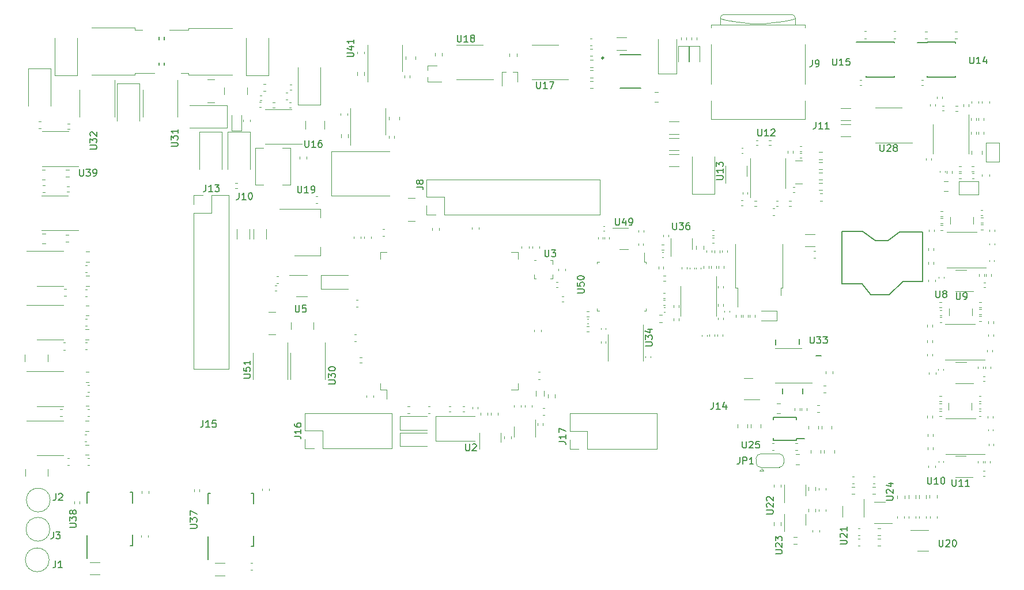
<source format=gbr>
%TF.GenerationSoftware,KiCad,Pcbnew,8.0.5*%
%TF.CreationDate,2024-10-18T05:49:16+03:00*%
%TF.ProjectId,ECUGDI,45435547-4449-42e6-9b69-6361645f7063,rev?*%
%TF.SameCoordinates,Original*%
%TF.FileFunction,Legend,Top*%
%TF.FilePolarity,Positive*%
%FSLAX46Y46*%
G04 Gerber Fmt 4.6, Leading zero omitted, Abs format (unit mm)*
G04 Created by KiCad (PCBNEW 8.0.5) date 2024-10-18 05:49:16*
%MOMM*%
%LPD*%
G01*
G04 APERTURE LIST*
%ADD10C,0.150000*%
%ADD11C,0.200000*%
%ADD12C,0.120000*%
%ADD13C,0.203200*%
%ADD14C,0.250000*%
G04 APERTURE END LIST*
D10*
X192500000Y-83750000D02*
X191150000Y-82150000D01*
X188250000Y-74450000D02*
X188700000Y-74450000D01*
X191150000Y-82150000D02*
X188250000Y-82150000D01*
X193100000Y-75800000D02*
X195000000Y-75800000D01*
X195175000Y-83750000D02*
X197225000Y-81800000D01*
X196700000Y-74500000D02*
X200050000Y-74500000D01*
X188700000Y-74450000D02*
X191300000Y-74450000D01*
X195175000Y-83750000D02*
X192475000Y-83750000D01*
X200075000Y-81800000D02*
X197225000Y-81800000D01*
X191300000Y-74450000D02*
X193100000Y-75800000D01*
X195000000Y-75800000D02*
X196700000Y-74500000D01*
X200050000Y-79750000D02*
X200100000Y-81800000D01*
X200050000Y-74500000D02*
X200050000Y-79750000D01*
X188250000Y-82150000D02*
X188250000Y-74450000D01*
X100304819Y-95988094D02*
X101114342Y-95988094D01*
X101114342Y-95988094D02*
X101209580Y-95940475D01*
X101209580Y-95940475D02*
X101257200Y-95892856D01*
X101257200Y-95892856D02*
X101304819Y-95797618D01*
X101304819Y-95797618D02*
X101304819Y-95607142D01*
X101304819Y-95607142D02*
X101257200Y-95511904D01*
X101257200Y-95511904D02*
X101209580Y-95464285D01*
X101209580Y-95464285D02*
X101114342Y-95416666D01*
X101114342Y-95416666D02*
X100304819Y-95416666D01*
X100304819Y-94464285D02*
X100304819Y-94940475D01*
X100304819Y-94940475D02*
X100781009Y-94988094D01*
X100781009Y-94988094D02*
X100733390Y-94940475D01*
X100733390Y-94940475D02*
X100685771Y-94845237D01*
X100685771Y-94845237D02*
X100685771Y-94607142D01*
X100685771Y-94607142D02*
X100733390Y-94511904D01*
X100733390Y-94511904D02*
X100781009Y-94464285D01*
X100781009Y-94464285D02*
X100876247Y-94416666D01*
X100876247Y-94416666D02*
X101114342Y-94416666D01*
X101114342Y-94416666D02*
X101209580Y-94464285D01*
X101209580Y-94464285D02*
X101257200Y-94511904D01*
X101257200Y-94511904D02*
X101304819Y-94607142D01*
X101304819Y-94607142D02*
X101304819Y-94845237D01*
X101304819Y-94845237D02*
X101257200Y-94940475D01*
X101257200Y-94940475D02*
X101209580Y-94988094D01*
X101304819Y-93464285D02*
X101304819Y-94035713D01*
X101304819Y-93749999D02*
X100304819Y-93749999D01*
X100304819Y-93749999D02*
X100447676Y-93845237D01*
X100447676Y-93845237D02*
X100542914Y-93940475D01*
X100542914Y-93940475D02*
X100590533Y-94035713D01*
X72366666Y-118654819D02*
X72366666Y-119369104D01*
X72366666Y-119369104D02*
X72319047Y-119511961D01*
X72319047Y-119511961D02*
X72223809Y-119607200D01*
X72223809Y-119607200D02*
X72080952Y-119654819D01*
X72080952Y-119654819D02*
X71985714Y-119654819D01*
X72747619Y-118654819D02*
X73366666Y-118654819D01*
X73366666Y-118654819D02*
X73033333Y-119035771D01*
X73033333Y-119035771D02*
X73176190Y-119035771D01*
X73176190Y-119035771D02*
X73271428Y-119083390D01*
X73271428Y-119083390D02*
X73319047Y-119131009D01*
X73319047Y-119131009D02*
X73366666Y-119226247D01*
X73366666Y-119226247D02*
X73366666Y-119464342D01*
X73366666Y-119464342D02*
X73319047Y-119559580D01*
X73319047Y-119559580D02*
X73271428Y-119607200D01*
X73271428Y-119607200D02*
X73176190Y-119654819D01*
X73176190Y-119654819D02*
X72890476Y-119654819D01*
X72890476Y-119654819D02*
X72795238Y-119607200D01*
X72795238Y-119607200D02*
X72747619Y-119559580D01*
X143361905Y-52404819D02*
X143361905Y-53214342D01*
X143361905Y-53214342D02*
X143409524Y-53309580D01*
X143409524Y-53309580D02*
X143457143Y-53357200D01*
X143457143Y-53357200D02*
X143552381Y-53404819D01*
X143552381Y-53404819D02*
X143742857Y-53404819D01*
X143742857Y-53404819D02*
X143838095Y-53357200D01*
X143838095Y-53357200D02*
X143885714Y-53309580D01*
X143885714Y-53309580D02*
X143933333Y-53214342D01*
X143933333Y-53214342D02*
X143933333Y-52404819D01*
X144933333Y-53404819D02*
X144361905Y-53404819D01*
X144647619Y-53404819D02*
X144647619Y-52404819D01*
X144647619Y-52404819D02*
X144552381Y-52547676D01*
X144552381Y-52547676D02*
X144457143Y-52642914D01*
X144457143Y-52642914D02*
X144361905Y-52690533D01*
X145266667Y-52404819D02*
X145933333Y-52404819D01*
X145933333Y-52404819D02*
X145504762Y-53404819D01*
X77754819Y-62338094D02*
X78564342Y-62338094D01*
X78564342Y-62338094D02*
X78659580Y-62290475D01*
X78659580Y-62290475D02*
X78707200Y-62242856D01*
X78707200Y-62242856D02*
X78754819Y-62147618D01*
X78754819Y-62147618D02*
X78754819Y-61957142D01*
X78754819Y-61957142D02*
X78707200Y-61861904D01*
X78707200Y-61861904D02*
X78659580Y-61814285D01*
X78659580Y-61814285D02*
X78564342Y-61766666D01*
X78564342Y-61766666D02*
X77754819Y-61766666D01*
X77754819Y-61385713D02*
X77754819Y-60766666D01*
X77754819Y-60766666D02*
X78135771Y-61099999D01*
X78135771Y-61099999D02*
X78135771Y-60957142D01*
X78135771Y-60957142D02*
X78183390Y-60861904D01*
X78183390Y-60861904D02*
X78231009Y-60814285D01*
X78231009Y-60814285D02*
X78326247Y-60766666D01*
X78326247Y-60766666D02*
X78564342Y-60766666D01*
X78564342Y-60766666D02*
X78659580Y-60814285D01*
X78659580Y-60814285D02*
X78707200Y-60861904D01*
X78707200Y-60861904D02*
X78754819Y-60957142D01*
X78754819Y-60957142D02*
X78754819Y-61242856D01*
X78754819Y-61242856D02*
X78707200Y-61338094D01*
X78707200Y-61338094D02*
X78659580Y-61385713D01*
X77850057Y-60385713D02*
X77802438Y-60338094D01*
X77802438Y-60338094D02*
X77754819Y-60242856D01*
X77754819Y-60242856D02*
X77754819Y-60004761D01*
X77754819Y-60004761D02*
X77802438Y-59909523D01*
X77802438Y-59909523D02*
X77850057Y-59861904D01*
X77850057Y-59861904D02*
X77945295Y-59814285D01*
X77945295Y-59814285D02*
X78040533Y-59814285D01*
X78040533Y-59814285D02*
X78183390Y-59861904D01*
X78183390Y-59861904D02*
X78754819Y-60433332D01*
X78754819Y-60433332D02*
X78754819Y-59814285D01*
X175861905Y-59404819D02*
X175861905Y-60214342D01*
X175861905Y-60214342D02*
X175909524Y-60309580D01*
X175909524Y-60309580D02*
X175957143Y-60357200D01*
X175957143Y-60357200D02*
X176052381Y-60404819D01*
X176052381Y-60404819D02*
X176242857Y-60404819D01*
X176242857Y-60404819D02*
X176338095Y-60357200D01*
X176338095Y-60357200D02*
X176385714Y-60309580D01*
X176385714Y-60309580D02*
X176433333Y-60214342D01*
X176433333Y-60214342D02*
X176433333Y-59404819D01*
X177433333Y-60404819D02*
X176861905Y-60404819D01*
X177147619Y-60404819D02*
X177147619Y-59404819D01*
X177147619Y-59404819D02*
X177052381Y-59547676D01*
X177052381Y-59547676D02*
X176957143Y-59642914D01*
X176957143Y-59642914D02*
X176861905Y-59690533D01*
X177814286Y-59500057D02*
X177861905Y-59452438D01*
X177861905Y-59452438D02*
X177957143Y-59404819D01*
X177957143Y-59404819D02*
X178195238Y-59404819D01*
X178195238Y-59404819D02*
X178290476Y-59452438D01*
X178290476Y-59452438D02*
X178338095Y-59500057D01*
X178338095Y-59500057D02*
X178385714Y-59595295D01*
X178385714Y-59595295D02*
X178385714Y-59690533D01*
X178385714Y-59690533D02*
X178338095Y-59833390D01*
X178338095Y-59833390D02*
X177766667Y-60404819D01*
X177766667Y-60404819D02*
X178385714Y-60404819D01*
X131711905Y-45554819D02*
X131711905Y-46364342D01*
X131711905Y-46364342D02*
X131759524Y-46459580D01*
X131759524Y-46459580D02*
X131807143Y-46507200D01*
X131807143Y-46507200D02*
X131902381Y-46554819D01*
X131902381Y-46554819D02*
X132092857Y-46554819D01*
X132092857Y-46554819D02*
X132188095Y-46507200D01*
X132188095Y-46507200D02*
X132235714Y-46459580D01*
X132235714Y-46459580D02*
X132283333Y-46364342D01*
X132283333Y-46364342D02*
X132283333Y-45554819D01*
X133283333Y-46554819D02*
X132711905Y-46554819D01*
X132997619Y-46554819D02*
X132997619Y-45554819D01*
X132997619Y-45554819D02*
X132902381Y-45697676D01*
X132902381Y-45697676D02*
X132807143Y-45792914D01*
X132807143Y-45792914D02*
X132711905Y-45840533D01*
X133854762Y-45983390D02*
X133759524Y-45935771D01*
X133759524Y-45935771D02*
X133711905Y-45888152D01*
X133711905Y-45888152D02*
X133664286Y-45792914D01*
X133664286Y-45792914D02*
X133664286Y-45745295D01*
X133664286Y-45745295D02*
X133711905Y-45650057D01*
X133711905Y-45650057D02*
X133759524Y-45602438D01*
X133759524Y-45602438D02*
X133854762Y-45554819D01*
X133854762Y-45554819D02*
X134045238Y-45554819D01*
X134045238Y-45554819D02*
X134140476Y-45602438D01*
X134140476Y-45602438D02*
X134188095Y-45650057D01*
X134188095Y-45650057D02*
X134235714Y-45745295D01*
X134235714Y-45745295D02*
X134235714Y-45792914D01*
X134235714Y-45792914D02*
X134188095Y-45888152D01*
X134188095Y-45888152D02*
X134140476Y-45935771D01*
X134140476Y-45935771D02*
X134045238Y-45983390D01*
X134045238Y-45983390D02*
X133854762Y-45983390D01*
X133854762Y-45983390D02*
X133759524Y-46031009D01*
X133759524Y-46031009D02*
X133711905Y-46078628D01*
X133711905Y-46078628D02*
X133664286Y-46173866D01*
X133664286Y-46173866D02*
X133664286Y-46364342D01*
X133664286Y-46364342D02*
X133711905Y-46459580D01*
X133711905Y-46459580D02*
X133759524Y-46507200D01*
X133759524Y-46507200D02*
X133854762Y-46554819D01*
X133854762Y-46554819D02*
X134045238Y-46554819D01*
X134045238Y-46554819D02*
X134140476Y-46507200D01*
X134140476Y-46507200D02*
X134188095Y-46459580D01*
X134188095Y-46459580D02*
X134235714Y-46364342D01*
X134235714Y-46364342D02*
X134235714Y-46173866D01*
X134235714Y-46173866D02*
X134188095Y-46078628D01*
X134188095Y-46078628D02*
X134140476Y-46031009D01*
X134140476Y-46031009D02*
X134045238Y-45983390D01*
X89654819Y-61938094D02*
X90464342Y-61938094D01*
X90464342Y-61938094D02*
X90559580Y-61890475D01*
X90559580Y-61890475D02*
X90607200Y-61842856D01*
X90607200Y-61842856D02*
X90654819Y-61747618D01*
X90654819Y-61747618D02*
X90654819Y-61557142D01*
X90654819Y-61557142D02*
X90607200Y-61461904D01*
X90607200Y-61461904D02*
X90559580Y-61414285D01*
X90559580Y-61414285D02*
X90464342Y-61366666D01*
X90464342Y-61366666D02*
X89654819Y-61366666D01*
X89654819Y-60985713D02*
X89654819Y-60366666D01*
X89654819Y-60366666D02*
X90035771Y-60699999D01*
X90035771Y-60699999D02*
X90035771Y-60557142D01*
X90035771Y-60557142D02*
X90083390Y-60461904D01*
X90083390Y-60461904D02*
X90131009Y-60414285D01*
X90131009Y-60414285D02*
X90226247Y-60366666D01*
X90226247Y-60366666D02*
X90464342Y-60366666D01*
X90464342Y-60366666D02*
X90559580Y-60414285D01*
X90559580Y-60414285D02*
X90607200Y-60461904D01*
X90607200Y-60461904D02*
X90654819Y-60557142D01*
X90654819Y-60557142D02*
X90654819Y-60842856D01*
X90654819Y-60842856D02*
X90607200Y-60938094D01*
X90607200Y-60938094D02*
X90559580Y-60985713D01*
X90654819Y-59414285D02*
X90654819Y-59985713D01*
X90654819Y-59699999D02*
X89654819Y-59699999D01*
X89654819Y-59699999D02*
X89797676Y-59795237D01*
X89797676Y-59795237D02*
X89892914Y-59890475D01*
X89892914Y-59890475D02*
X89940533Y-59985713D01*
X173611905Y-105304819D02*
X173611905Y-106114342D01*
X173611905Y-106114342D02*
X173659524Y-106209580D01*
X173659524Y-106209580D02*
X173707143Y-106257200D01*
X173707143Y-106257200D02*
X173802381Y-106304819D01*
X173802381Y-106304819D02*
X173992857Y-106304819D01*
X173992857Y-106304819D02*
X174088095Y-106257200D01*
X174088095Y-106257200D02*
X174135714Y-106209580D01*
X174135714Y-106209580D02*
X174183333Y-106114342D01*
X174183333Y-106114342D02*
X174183333Y-105304819D01*
X174611905Y-105400057D02*
X174659524Y-105352438D01*
X174659524Y-105352438D02*
X174754762Y-105304819D01*
X174754762Y-105304819D02*
X174992857Y-105304819D01*
X174992857Y-105304819D02*
X175088095Y-105352438D01*
X175088095Y-105352438D02*
X175135714Y-105400057D01*
X175135714Y-105400057D02*
X175183333Y-105495295D01*
X175183333Y-105495295D02*
X175183333Y-105590533D01*
X175183333Y-105590533D02*
X175135714Y-105733390D01*
X175135714Y-105733390D02*
X174564286Y-106304819D01*
X174564286Y-106304819D02*
X175183333Y-106304819D01*
X176088095Y-105304819D02*
X175611905Y-105304819D01*
X175611905Y-105304819D02*
X175564286Y-105781009D01*
X175564286Y-105781009D02*
X175611905Y-105733390D01*
X175611905Y-105733390D02*
X175707143Y-105685771D01*
X175707143Y-105685771D02*
X175945238Y-105685771D01*
X175945238Y-105685771D02*
X176040476Y-105733390D01*
X176040476Y-105733390D02*
X176088095Y-105781009D01*
X176088095Y-105781009D02*
X176135714Y-105876247D01*
X176135714Y-105876247D02*
X176135714Y-106114342D01*
X176135714Y-106114342D02*
X176088095Y-106209580D01*
X176088095Y-106209580D02*
X176040476Y-106257200D01*
X176040476Y-106257200D02*
X175945238Y-106304819D01*
X175945238Y-106304819D02*
X175707143Y-106304819D01*
X175707143Y-106304819D02*
X175611905Y-106257200D01*
X175611905Y-106257200D02*
X175564286Y-106209580D01*
X187954819Y-120438094D02*
X188764342Y-120438094D01*
X188764342Y-120438094D02*
X188859580Y-120390475D01*
X188859580Y-120390475D02*
X188907200Y-120342856D01*
X188907200Y-120342856D02*
X188954819Y-120247618D01*
X188954819Y-120247618D02*
X188954819Y-120057142D01*
X188954819Y-120057142D02*
X188907200Y-119961904D01*
X188907200Y-119961904D02*
X188859580Y-119914285D01*
X188859580Y-119914285D02*
X188764342Y-119866666D01*
X188764342Y-119866666D02*
X187954819Y-119866666D01*
X188050057Y-119438094D02*
X188002438Y-119390475D01*
X188002438Y-119390475D02*
X187954819Y-119295237D01*
X187954819Y-119295237D02*
X187954819Y-119057142D01*
X187954819Y-119057142D02*
X188002438Y-118961904D01*
X188002438Y-118961904D02*
X188050057Y-118914285D01*
X188050057Y-118914285D02*
X188145295Y-118866666D01*
X188145295Y-118866666D02*
X188240533Y-118866666D01*
X188240533Y-118866666D02*
X188383390Y-118914285D01*
X188383390Y-118914285D02*
X188954819Y-119485713D01*
X188954819Y-119485713D02*
X188954819Y-118866666D01*
X188954819Y-117914285D02*
X188954819Y-118485713D01*
X188954819Y-118199999D02*
X187954819Y-118199999D01*
X187954819Y-118199999D02*
X188097676Y-118295237D01*
X188097676Y-118295237D02*
X188192914Y-118390475D01*
X188192914Y-118390475D02*
X188240533Y-118485713D01*
X72666666Y-122904819D02*
X72666666Y-123619104D01*
X72666666Y-123619104D02*
X72619047Y-123761961D01*
X72619047Y-123761961D02*
X72523809Y-123857200D01*
X72523809Y-123857200D02*
X72380952Y-123904819D01*
X72380952Y-123904819D02*
X72285714Y-123904819D01*
X73666666Y-123904819D02*
X73095238Y-123904819D01*
X73380952Y-123904819D02*
X73380952Y-122904819D01*
X73380952Y-122904819D02*
X73285714Y-123047676D01*
X73285714Y-123047676D02*
X73190476Y-123142914D01*
X73190476Y-123142914D02*
X73095238Y-123190533D01*
X173216666Y-107654819D02*
X173216666Y-108369104D01*
X173216666Y-108369104D02*
X173169047Y-108511961D01*
X173169047Y-108511961D02*
X173073809Y-108607200D01*
X173073809Y-108607200D02*
X172930952Y-108654819D01*
X172930952Y-108654819D02*
X172835714Y-108654819D01*
X173692857Y-108654819D02*
X173692857Y-107654819D01*
X173692857Y-107654819D02*
X174073809Y-107654819D01*
X174073809Y-107654819D02*
X174169047Y-107702438D01*
X174169047Y-107702438D02*
X174216666Y-107750057D01*
X174216666Y-107750057D02*
X174264285Y-107845295D01*
X174264285Y-107845295D02*
X174264285Y-107988152D01*
X174264285Y-107988152D02*
X174216666Y-108083390D01*
X174216666Y-108083390D02*
X174169047Y-108131009D01*
X174169047Y-108131009D02*
X174073809Y-108178628D01*
X174073809Y-108178628D02*
X173692857Y-108178628D01*
X175216666Y-108654819D02*
X174645238Y-108654819D01*
X174930952Y-108654819D02*
X174930952Y-107654819D01*
X174930952Y-107654819D02*
X174835714Y-107797676D01*
X174835714Y-107797676D02*
X174740476Y-107892914D01*
X174740476Y-107892914D02*
X174645238Y-107940533D01*
X200811905Y-110604819D02*
X200811905Y-111414342D01*
X200811905Y-111414342D02*
X200859524Y-111509580D01*
X200859524Y-111509580D02*
X200907143Y-111557200D01*
X200907143Y-111557200D02*
X201002381Y-111604819D01*
X201002381Y-111604819D02*
X201192857Y-111604819D01*
X201192857Y-111604819D02*
X201288095Y-111557200D01*
X201288095Y-111557200D02*
X201335714Y-111509580D01*
X201335714Y-111509580D02*
X201383333Y-111414342D01*
X201383333Y-111414342D02*
X201383333Y-110604819D01*
X202383333Y-111604819D02*
X201811905Y-111604819D01*
X202097619Y-111604819D02*
X202097619Y-110604819D01*
X202097619Y-110604819D02*
X202002381Y-110747676D01*
X202002381Y-110747676D02*
X201907143Y-110842914D01*
X201907143Y-110842914D02*
X201811905Y-110890533D01*
X203002381Y-110604819D02*
X203097619Y-110604819D01*
X203097619Y-110604819D02*
X203192857Y-110652438D01*
X203192857Y-110652438D02*
X203240476Y-110700057D01*
X203240476Y-110700057D02*
X203288095Y-110795295D01*
X203288095Y-110795295D02*
X203335714Y-110985771D01*
X203335714Y-110985771D02*
X203335714Y-111223866D01*
X203335714Y-111223866D02*
X203288095Y-111414342D01*
X203288095Y-111414342D02*
X203240476Y-111509580D01*
X203240476Y-111509580D02*
X203192857Y-111557200D01*
X203192857Y-111557200D02*
X203097619Y-111604819D01*
X203097619Y-111604819D02*
X203002381Y-111604819D01*
X203002381Y-111604819D02*
X202907143Y-111557200D01*
X202907143Y-111557200D02*
X202859524Y-111509580D01*
X202859524Y-111509580D02*
X202811905Y-111414342D01*
X202811905Y-111414342D02*
X202764286Y-111223866D01*
X202764286Y-111223866D02*
X202764286Y-110985771D01*
X202764286Y-110985771D02*
X202811905Y-110795295D01*
X202811905Y-110795295D02*
X202859524Y-110700057D01*
X202859524Y-110700057D02*
X202907143Y-110652438D01*
X202907143Y-110652438D02*
X203002381Y-110604819D01*
X74744819Y-117963094D02*
X75554342Y-117963094D01*
X75554342Y-117963094D02*
X75649580Y-117915475D01*
X75649580Y-117915475D02*
X75697200Y-117867856D01*
X75697200Y-117867856D02*
X75744819Y-117772618D01*
X75744819Y-117772618D02*
X75744819Y-117582142D01*
X75744819Y-117582142D02*
X75697200Y-117486904D01*
X75697200Y-117486904D02*
X75649580Y-117439285D01*
X75649580Y-117439285D02*
X75554342Y-117391666D01*
X75554342Y-117391666D02*
X74744819Y-117391666D01*
X74744819Y-117010713D02*
X74744819Y-116391666D01*
X74744819Y-116391666D02*
X75125771Y-116724999D01*
X75125771Y-116724999D02*
X75125771Y-116582142D01*
X75125771Y-116582142D02*
X75173390Y-116486904D01*
X75173390Y-116486904D02*
X75221009Y-116439285D01*
X75221009Y-116439285D02*
X75316247Y-116391666D01*
X75316247Y-116391666D02*
X75554342Y-116391666D01*
X75554342Y-116391666D02*
X75649580Y-116439285D01*
X75649580Y-116439285D02*
X75697200Y-116486904D01*
X75697200Y-116486904D02*
X75744819Y-116582142D01*
X75744819Y-116582142D02*
X75744819Y-116867856D01*
X75744819Y-116867856D02*
X75697200Y-116963094D01*
X75697200Y-116963094D02*
X75649580Y-117010713D01*
X75173390Y-115820237D02*
X75125771Y-115915475D01*
X75125771Y-115915475D02*
X75078152Y-115963094D01*
X75078152Y-115963094D02*
X74982914Y-116010713D01*
X74982914Y-116010713D02*
X74935295Y-116010713D01*
X74935295Y-116010713D02*
X74840057Y-115963094D01*
X74840057Y-115963094D02*
X74792438Y-115915475D01*
X74792438Y-115915475D02*
X74744819Y-115820237D01*
X74744819Y-115820237D02*
X74744819Y-115629761D01*
X74744819Y-115629761D02*
X74792438Y-115534523D01*
X74792438Y-115534523D02*
X74840057Y-115486904D01*
X74840057Y-115486904D02*
X74935295Y-115439285D01*
X74935295Y-115439285D02*
X74982914Y-115439285D01*
X74982914Y-115439285D02*
X75078152Y-115486904D01*
X75078152Y-115486904D02*
X75125771Y-115534523D01*
X75125771Y-115534523D02*
X75173390Y-115629761D01*
X75173390Y-115629761D02*
X75173390Y-115820237D01*
X75173390Y-115820237D02*
X75221009Y-115915475D01*
X75221009Y-115915475D02*
X75268628Y-115963094D01*
X75268628Y-115963094D02*
X75363866Y-116010713D01*
X75363866Y-116010713D02*
X75554342Y-116010713D01*
X75554342Y-116010713D02*
X75649580Y-115963094D01*
X75649580Y-115963094D02*
X75697200Y-115915475D01*
X75697200Y-115915475D02*
X75744819Y-115820237D01*
X75744819Y-115820237D02*
X75744819Y-115629761D01*
X75744819Y-115629761D02*
X75697200Y-115534523D01*
X75697200Y-115534523D02*
X75649580Y-115486904D01*
X75649580Y-115486904D02*
X75554342Y-115439285D01*
X75554342Y-115439285D02*
X75363866Y-115439285D01*
X75363866Y-115439285D02*
X75268628Y-115486904D01*
X75268628Y-115486904D02*
X75221009Y-115534523D01*
X75221009Y-115534523D02*
X75173390Y-115629761D01*
X94770476Y-67574819D02*
X94770476Y-68289104D01*
X94770476Y-68289104D02*
X94722857Y-68431961D01*
X94722857Y-68431961D02*
X94627619Y-68527200D01*
X94627619Y-68527200D02*
X94484762Y-68574819D01*
X94484762Y-68574819D02*
X94389524Y-68574819D01*
X95770476Y-68574819D02*
X95199048Y-68574819D01*
X95484762Y-68574819D02*
X95484762Y-67574819D01*
X95484762Y-67574819D02*
X95389524Y-67717676D01*
X95389524Y-67717676D02*
X95294286Y-67812914D01*
X95294286Y-67812914D02*
X95199048Y-67860533D01*
X96103810Y-67574819D02*
X96722857Y-67574819D01*
X96722857Y-67574819D02*
X96389524Y-67955771D01*
X96389524Y-67955771D02*
X96532381Y-67955771D01*
X96532381Y-67955771D02*
X96627619Y-68003390D01*
X96627619Y-68003390D02*
X96675238Y-68051009D01*
X96675238Y-68051009D02*
X96722857Y-68146247D01*
X96722857Y-68146247D02*
X96722857Y-68384342D01*
X96722857Y-68384342D02*
X96675238Y-68479580D01*
X96675238Y-68479580D02*
X96627619Y-68527200D01*
X96627619Y-68527200D02*
X96532381Y-68574819D01*
X96532381Y-68574819D02*
X96246667Y-68574819D01*
X96246667Y-68574819D02*
X96151429Y-68527200D01*
X96151429Y-68527200D02*
X96103810Y-68479580D01*
X112804819Y-96888094D02*
X113614342Y-96888094D01*
X113614342Y-96888094D02*
X113709580Y-96840475D01*
X113709580Y-96840475D02*
X113757200Y-96792856D01*
X113757200Y-96792856D02*
X113804819Y-96697618D01*
X113804819Y-96697618D02*
X113804819Y-96507142D01*
X113804819Y-96507142D02*
X113757200Y-96411904D01*
X113757200Y-96411904D02*
X113709580Y-96364285D01*
X113709580Y-96364285D02*
X113614342Y-96316666D01*
X113614342Y-96316666D02*
X112804819Y-96316666D01*
X112804819Y-95935713D02*
X112804819Y-95316666D01*
X112804819Y-95316666D02*
X113185771Y-95649999D01*
X113185771Y-95649999D02*
X113185771Y-95507142D01*
X113185771Y-95507142D02*
X113233390Y-95411904D01*
X113233390Y-95411904D02*
X113281009Y-95364285D01*
X113281009Y-95364285D02*
X113376247Y-95316666D01*
X113376247Y-95316666D02*
X113614342Y-95316666D01*
X113614342Y-95316666D02*
X113709580Y-95364285D01*
X113709580Y-95364285D02*
X113757200Y-95411904D01*
X113757200Y-95411904D02*
X113804819Y-95507142D01*
X113804819Y-95507142D02*
X113804819Y-95792856D01*
X113804819Y-95792856D02*
X113757200Y-95888094D01*
X113757200Y-95888094D02*
X113709580Y-95935713D01*
X112804819Y-94697618D02*
X112804819Y-94602380D01*
X112804819Y-94602380D02*
X112852438Y-94507142D01*
X112852438Y-94507142D02*
X112900057Y-94459523D01*
X112900057Y-94459523D02*
X112995295Y-94411904D01*
X112995295Y-94411904D02*
X113185771Y-94364285D01*
X113185771Y-94364285D02*
X113423866Y-94364285D01*
X113423866Y-94364285D02*
X113614342Y-94411904D01*
X113614342Y-94411904D02*
X113709580Y-94459523D01*
X113709580Y-94459523D02*
X113757200Y-94507142D01*
X113757200Y-94507142D02*
X113804819Y-94602380D01*
X113804819Y-94602380D02*
X113804819Y-94697618D01*
X113804819Y-94697618D02*
X113757200Y-94792856D01*
X113757200Y-94792856D02*
X113709580Y-94840475D01*
X113709580Y-94840475D02*
X113614342Y-94888094D01*
X113614342Y-94888094D02*
X113423866Y-94935713D01*
X113423866Y-94935713D02*
X113185771Y-94935713D01*
X113185771Y-94935713D02*
X112995295Y-94888094D01*
X112995295Y-94888094D02*
X112900057Y-94840475D01*
X112900057Y-94840475D02*
X112852438Y-94792856D01*
X112852438Y-94792856D02*
X112804819Y-94697618D01*
X125704819Y-67883333D02*
X126419104Y-67883333D01*
X126419104Y-67883333D02*
X126561961Y-67930952D01*
X126561961Y-67930952D02*
X126657200Y-68026190D01*
X126657200Y-68026190D02*
X126704819Y-68169047D01*
X126704819Y-68169047D02*
X126704819Y-68264285D01*
X126133390Y-67264285D02*
X126085771Y-67359523D01*
X126085771Y-67359523D02*
X126038152Y-67407142D01*
X126038152Y-67407142D02*
X125942914Y-67454761D01*
X125942914Y-67454761D02*
X125895295Y-67454761D01*
X125895295Y-67454761D02*
X125800057Y-67407142D01*
X125800057Y-67407142D02*
X125752438Y-67359523D01*
X125752438Y-67359523D02*
X125704819Y-67264285D01*
X125704819Y-67264285D02*
X125704819Y-67073809D01*
X125704819Y-67073809D02*
X125752438Y-66978571D01*
X125752438Y-66978571D02*
X125800057Y-66930952D01*
X125800057Y-66930952D02*
X125895295Y-66883333D01*
X125895295Y-66883333D02*
X125942914Y-66883333D01*
X125942914Y-66883333D02*
X126038152Y-66930952D01*
X126038152Y-66930952D02*
X126085771Y-66978571D01*
X126085771Y-66978571D02*
X126133390Y-67073809D01*
X126133390Y-67073809D02*
X126133390Y-67264285D01*
X126133390Y-67264285D02*
X126181009Y-67359523D01*
X126181009Y-67359523D02*
X126228628Y-67407142D01*
X126228628Y-67407142D02*
X126323866Y-67454761D01*
X126323866Y-67454761D02*
X126514342Y-67454761D01*
X126514342Y-67454761D02*
X126609580Y-67407142D01*
X126609580Y-67407142D02*
X126657200Y-67359523D01*
X126657200Y-67359523D02*
X126704819Y-67264285D01*
X126704819Y-67264285D02*
X126704819Y-67073809D01*
X126704819Y-67073809D02*
X126657200Y-66978571D01*
X126657200Y-66978571D02*
X126609580Y-66930952D01*
X126609580Y-66930952D02*
X126514342Y-66883333D01*
X126514342Y-66883333D02*
X126323866Y-66883333D01*
X126323866Y-66883333D02*
X126228628Y-66930952D01*
X126228628Y-66930952D02*
X126181009Y-66978571D01*
X126181009Y-66978571D02*
X126133390Y-67073809D01*
X177154819Y-115988094D02*
X177964342Y-115988094D01*
X177964342Y-115988094D02*
X178059580Y-115940475D01*
X178059580Y-115940475D02*
X178107200Y-115892856D01*
X178107200Y-115892856D02*
X178154819Y-115797618D01*
X178154819Y-115797618D02*
X178154819Y-115607142D01*
X178154819Y-115607142D02*
X178107200Y-115511904D01*
X178107200Y-115511904D02*
X178059580Y-115464285D01*
X178059580Y-115464285D02*
X177964342Y-115416666D01*
X177964342Y-115416666D02*
X177154819Y-115416666D01*
X177250057Y-114988094D02*
X177202438Y-114940475D01*
X177202438Y-114940475D02*
X177154819Y-114845237D01*
X177154819Y-114845237D02*
X177154819Y-114607142D01*
X177154819Y-114607142D02*
X177202438Y-114511904D01*
X177202438Y-114511904D02*
X177250057Y-114464285D01*
X177250057Y-114464285D02*
X177345295Y-114416666D01*
X177345295Y-114416666D02*
X177440533Y-114416666D01*
X177440533Y-114416666D02*
X177583390Y-114464285D01*
X177583390Y-114464285D02*
X178154819Y-115035713D01*
X178154819Y-115035713D02*
X178154819Y-114416666D01*
X177250057Y-114035713D02*
X177202438Y-113988094D01*
X177202438Y-113988094D02*
X177154819Y-113892856D01*
X177154819Y-113892856D02*
X177154819Y-113654761D01*
X177154819Y-113654761D02*
X177202438Y-113559523D01*
X177202438Y-113559523D02*
X177250057Y-113511904D01*
X177250057Y-113511904D02*
X177345295Y-113464285D01*
X177345295Y-113464285D02*
X177440533Y-113464285D01*
X177440533Y-113464285D02*
X177583390Y-113511904D01*
X177583390Y-113511904D02*
X178154819Y-114083332D01*
X178154819Y-114083332D02*
X178154819Y-113464285D01*
X72716666Y-113004819D02*
X72716666Y-113719104D01*
X72716666Y-113719104D02*
X72669047Y-113861961D01*
X72669047Y-113861961D02*
X72573809Y-113957200D01*
X72573809Y-113957200D02*
X72430952Y-114004819D01*
X72430952Y-114004819D02*
X72335714Y-114004819D01*
X73145238Y-113100057D02*
X73192857Y-113052438D01*
X73192857Y-113052438D02*
X73288095Y-113004819D01*
X73288095Y-113004819D02*
X73526190Y-113004819D01*
X73526190Y-113004819D02*
X73621428Y-113052438D01*
X73621428Y-113052438D02*
X73669047Y-113100057D01*
X73669047Y-113100057D02*
X73716666Y-113195295D01*
X73716666Y-113195295D02*
X73716666Y-113290533D01*
X73716666Y-113290533D02*
X73669047Y-113433390D01*
X73669047Y-113433390D02*
X73097619Y-114004819D01*
X73097619Y-114004819D02*
X73716666Y-114004819D01*
X193836905Y-61669819D02*
X193836905Y-62479342D01*
X193836905Y-62479342D02*
X193884524Y-62574580D01*
X193884524Y-62574580D02*
X193932143Y-62622200D01*
X193932143Y-62622200D02*
X194027381Y-62669819D01*
X194027381Y-62669819D02*
X194217857Y-62669819D01*
X194217857Y-62669819D02*
X194313095Y-62622200D01*
X194313095Y-62622200D02*
X194360714Y-62574580D01*
X194360714Y-62574580D02*
X194408333Y-62479342D01*
X194408333Y-62479342D02*
X194408333Y-61669819D01*
X194836905Y-61765057D02*
X194884524Y-61717438D01*
X194884524Y-61717438D02*
X194979762Y-61669819D01*
X194979762Y-61669819D02*
X195217857Y-61669819D01*
X195217857Y-61669819D02*
X195313095Y-61717438D01*
X195313095Y-61717438D02*
X195360714Y-61765057D01*
X195360714Y-61765057D02*
X195408333Y-61860295D01*
X195408333Y-61860295D02*
X195408333Y-61955533D01*
X195408333Y-61955533D02*
X195360714Y-62098390D01*
X195360714Y-62098390D02*
X194789286Y-62669819D01*
X194789286Y-62669819D02*
X195408333Y-62669819D01*
X195979762Y-62098390D02*
X195884524Y-62050771D01*
X195884524Y-62050771D02*
X195836905Y-62003152D01*
X195836905Y-62003152D02*
X195789286Y-61907914D01*
X195789286Y-61907914D02*
X195789286Y-61860295D01*
X195789286Y-61860295D02*
X195836905Y-61765057D01*
X195836905Y-61765057D02*
X195884524Y-61717438D01*
X195884524Y-61717438D02*
X195979762Y-61669819D01*
X195979762Y-61669819D02*
X196170238Y-61669819D01*
X196170238Y-61669819D02*
X196265476Y-61717438D01*
X196265476Y-61717438D02*
X196313095Y-61765057D01*
X196313095Y-61765057D02*
X196360714Y-61860295D01*
X196360714Y-61860295D02*
X196360714Y-61907914D01*
X196360714Y-61907914D02*
X196313095Y-62003152D01*
X196313095Y-62003152D02*
X196265476Y-62050771D01*
X196265476Y-62050771D02*
X196170238Y-62098390D01*
X196170238Y-62098390D02*
X195979762Y-62098390D01*
X195979762Y-62098390D02*
X195884524Y-62146009D01*
X195884524Y-62146009D02*
X195836905Y-62193628D01*
X195836905Y-62193628D02*
X195789286Y-62288866D01*
X195789286Y-62288866D02*
X195789286Y-62479342D01*
X195789286Y-62479342D02*
X195836905Y-62574580D01*
X195836905Y-62574580D02*
X195884524Y-62622200D01*
X195884524Y-62622200D02*
X195979762Y-62669819D01*
X195979762Y-62669819D02*
X196170238Y-62669819D01*
X196170238Y-62669819D02*
X196265476Y-62622200D01*
X196265476Y-62622200D02*
X196313095Y-62574580D01*
X196313095Y-62574580D02*
X196360714Y-62479342D01*
X196360714Y-62479342D02*
X196360714Y-62288866D01*
X196360714Y-62288866D02*
X196313095Y-62193628D01*
X196313095Y-62193628D02*
X196265476Y-62146009D01*
X196265476Y-62146009D02*
X196170238Y-62098390D01*
X183561905Y-89904819D02*
X183561905Y-90714342D01*
X183561905Y-90714342D02*
X183609524Y-90809580D01*
X183609524Y-90809580D02*
X183657143Y-90857200D01*
X183657143Y-90857200D02*
X183752381Y-90904819D01*
X183752381Y-90904819D02*
X183942857Y-90904819D01*
X183942857Y-90904819D02*
X184038095Y-90857200D01*
X184038095Y-90857200D02*
X184085714Y-90809580D01*
X184085714Y-90809580D02*
X184133333Y-90714342D01*
X184133333Y-90714342D02*
X184133333Y-89904819D01*
X184514286Y-89904819D02*
X185133333Y-89904819D01*
X185133333Y-89904819D02*
X184800000Y-90285771D01*
X184800000Y-90285771D02*
X184942857Y-90285771D01*
X184942857Y-90285771D02*
X185038095Y-90333390D01*
X185038095Y-90333390D02*
X185085714Y-90381009D01*
X185085714Y-90381009D02*
X185133333Y-90476247D01*
X185133333Y-90476247D02*
X185133333Y-90714342D01*
X185133333Y-90714342D02*
X185085714Y-90809580D01*
X185085714Y-90809580D02*
X185038095Y-90857200D01*
X185038095Y-90857200D02*
X184942857Y-90904819D01*
X184942857Y-90904819D02*
X184657143Y-90904819D01*
X184657143Y-90904819D02*
X184561905Y-90857200D01*
X184561905Y-90857200D02*
X184514286Y-90809580D01*
X185466667Y-89904819D02*
X186085714Y-89904819D01*
X186085714Y-89904819D02*
X185752381Y-90285771D01*
X185752381Y-90285771D02*
X185895238Y-90285771D01*
X185895238Y-90285771D02*
X185990476Y-90333390D01*
X185990476Y-90333390D02*
X186038095Y-90381009D01*
X186038095Y-90381009D02*
X186085714Y-90476247D01*
X186085714Y-90476247D02*
X186085714Y-90714342D01*
X186085714Y-90714342D02*
X186038095Y-90809580D01*
X186038095Y-90809580D02*
X185990476Y-90857200D01*
X185990476Y-90857200D02*
X185895238Y-90904819D01*
X185895238Y-90904819D02*
X185609524Y-90904819D01*
X185609524Y-90904819D02*
X185514286Y-90857200D01*
X185514286Y-90857200D02*
X185466667Y-90809580D01*
X202511905Y-119804819D02*
X202511905Y-120614342D01*
X202511905Y-120614342D02*
X202559524Y-120709580D01*
X202559524Y-120709580D02*
X202607143Y-120757200D01*
X202607143Y-120757200D02*
X202702381Y-120804819D01*
X202702381Y-120804819D02*
X202892857Y-120804819D01*
X202892857Y-120804819D02*
X202988095Y-120757200D01*
X202988095Y-120757200D02*
X203035714Y-120709580D01*
X203035714Y-120709580D02*
X203083333Y-120614342D01*
X203083333Y-120614342D02*
X203083333Y-119804819D01*
X203511905Y-119900057D02*
X203559524Y-119852438D01*
X203559524Y-119852438D02*
X203654762Y-119804819D01*
X203654762Y-119804819D02*
X203892857Y-119804819D01*
X203892857Y-119804819D02*
X203988095Y-119852438D01*
X203988095Y-119852438D02*
X204035714Y-119900057D01*
X204035714Y-119900057D02*
X204083333Y-119995295D01*
X204083333Y-119995295D02*
X204083333Y-120090533D01*
X204083333Y-120090533D02*
X204035714Y-120233390D01*
X204035714Y-120233390D02*
X203464286Y-120804819D01*
X203464286Y-120804819D02*
X204083333Y-120804819D01*
X204702381Y-119804819D02*
X204797619Y-119804819D01*
X204797619Y-119804819D02*
X204892857Y-119852438D01*
X204892857Y-119852438D02*
X204940476Y-119900057D01*
X204940476Y-119900057D02*
X204988095Y-119995295D01*
X204988095Y-119995295D02*
X205035714Y-120185771D01*
X205035714Y-120185771D02*
X205035714Y-120423866D01*
X205035714Y-120423866D02*
X204988095Y-120614342D01*
X204988095Y-120614342D02*
X204940476Y-120709580D01*
X204940476Y-120709580D02*
X204892857Y-120757200D01*
X204892857Y-120757200D02*
X204797619Y-120804819D01*
X204797619Y-120804819D02*
X204702381Y-120804819D01*
X204702381Y-120804819D02*
X204607143Y-120757200D01*
X204607143Y-120757200D02*
X204559524Y-120709580D01*
X204559524Y-120709580D02*
X204511905Y-120614342D01*
X204511905Y-120614342D02*
X204464286Y-120423866D01*
X204464286Y-120423866D02*
X204464286Y-120185771D01*
X204464286Y-120185771D02*
X204511905Y-119995295D01*
X204511905Y-119995295D02*
X204559524Y-119900057D01*
X204559524Y-119900057D02*
X204607143Y-119852438D01*
X204607143Y-119852438D02*
X204702381Y-119804819D01*
X169340476Y-99590319D02*
X169340476Y-100304604D01*
X169340476Y-100304604D02*
X169292857Y-100447461D01*
X169292857Y-100447461D02*
X169197619Y-100542700D01*
X169197619Y-100542700D02*
X169054762Y-100590319D01*
X169054762Y-100590319D02*
X168959524Y-100590319D01*
X170340476Y-100590319D02*
X169769048Y-100590319D01*
X170054762Y-100590319D02*
X170054762Y-99590319D01*
X170054762Y-99590319D02*
X169959524Y-99733176D01*
X169959524Y-99733176D02*
X169864286Y-99828414D01*
X169864286Y-99828414D02*
X169769048Y-99876033D01*
X171197619Y-99923652D02*
X171197619Y-100590319D01*
X170959524Y-99542700D02*
X170721429Y-100256985D01*
X170721429Y-100256985D02*
X171340476Y-100256985D01*
X178454819Y-121838094D02*
X179264342Y-121838094D01*
X179264342Y-121838094D02*
X179359580Y-121790475D01*
X179359580Y-121790475D02*
X179407200Y-121742856D01*
X179407200Y-121742856D02*
X179454819Y-121647618D01*
X179454819Y-121647618D02*
X179454819Y-121457142D01*
X179454819Y-121457142D02*
X179407200Y-121361904D01*
X179407200Y-121361904D02*
X179359580Y-121314285D01*
X179359580Y-121314285D02*
X179264342Y-121266666D01*
X179264342Y-121266666D02*
X178454819Y-121266666D01*
X178550057Y-120838094D02*
X178502438Y-120790475D01*
X178502438Y-120790475D02*
X178454819Y-120695237D01*
X178454819Y-120695237D02*
X178454819Y-120457142D01*
X178454819Y-120457142D02*
X178502438Y-120361904D01*
X178502438Y-120361904D02*
X178550057Y-120314285D01*
X178550057Y-120314285D02*
X178645295Y-120266666D01*
X178645295Y-120266666D02*
X178740533Y-120266666D01*
X178740533Y-120266666D02*
X178883390Y-120314285D01*
X178883390Y-120314285D02*
X179454819Y-120885713D01*
X179454819Y-120885713D02*
X179454819Y-120266666D01*
X178454819Y-119933332D02*
X178454819Y-119314285D01*
X178454819Y-119314285D02*
X178835771Y-119647618D01*
X178835771Y-119647618D02*
X178835771Y-119504761D01*
X178835771Y-119504761D02*
X178883390Y-119409523D01*
X178883390Y-119409523D02*
X178931009Y-119361904D01*
X178931009Y-119361904D02*
X179026247Y-119314285D01*
X179026247Y-119314285D02*
X179264342Y-119314285D01*
X179264342Y-119314285D02*
X179359580Y-119361904D01*
X179359580Y-119361904D02*
X179407200Y-119409523D01*
X179407200Y-119409523D02*
X179454819Y-119504761D01*
X179454819Y-119504761D02*
X179454819Y-119790475D01*
X179454819Y-119790475D02*
X179407200Y-119885713D01*
X179407200Y-119885713D02*
X179359580Y-119933332D01*
X186861905Y-49004819D02*
X186861905Y-49814342D01*
X186861905Y-49814342D02*
X186909524Y-49909580D01*
X186909524Y-49909580D02*
X186957143Y-49957200D01*
X186957143Y-49957200D02*
X187052381Y-50004819D01*
X187052381Y-50004819D02*
X187242857Y-50004819D01*
X187242857Y-50004819D02*
X187338095Y-49957200D01*
X187338095Y-49957200D02*
X187385714Y-49909580D01*
X187385714Y-49909580D02*
X187433333Y-49814342D01*
X187433333Y-49814342D02*
X187433333Y-49004819D01*
X188433333Y-50004819D02*
X187861905Y-50004819D01*
X188147619Y-50004819D02*
X188147619Y-49004819D01*
X188147619Y-49004819D02*
X188052381Y-49147676D01*
X188052381Y-49147676D02*
X187957143Y-49242914D01*
X187957143Y-49242914D02*
X187861905Y-49290533D01*
X189338095Y-49004819D02*
X188861905Y-49004819D01*
X188861905Y-49004819D02*
X188814286Y-49481009D01*
X188814286Y-49481009D02*
X188861905Y-49433390D01*
X188861905Y-49433390D02*
X188957143Y-49385771D01*
X188957143Y-49385771D02*
X189195238Y-49385771D01*
X189195238Y-49385771D02*
X189290476Y-49433390D01*
X189290476Y-49433390D02*
X189338095Y-49481009D01*
X189338095Y-49481009D02*
X189385714Y-49576247D01*
X189385714Y-49576247D02*
X189385714Y-49814342D01*
X189385714Y-49814342D02*
X189338095Y-49909580D01*
X189338095Y-49909580D02*
X189290476Y-49957200D01*
X189290476Y-49957200D02*
X189195238Y-50004819D01*
X189195238Y-50004819D02*
X188957143Y-50004819D01*
X188957143Y-50004819D02*
X188861905Y-49957200D01*
X188861905Y-49957200D02*
X188814286Y-49909580D01*
X207011905Y-48754819D02*
X207011905Y-49564342D01*
X207011905Y-49564342D02*
X207059524Y-49659580D01*
X207059524Y-49659580D02*
X207107143Y-49707200D01*
X207107143Y-49707200D02*
X207202381Y-49754819D01*
X207202381Y-49754819D02*
X207392857Y-49754819D01*
X207392857Y-49754819D02*
X207488095Y-49707200D01*
X207488095Y-49707200D02*
X207535714Y-49659580D01*
X207535714Y-49659580D02*
X207583333Y-49564342D01*
X207583333Y-49564342D02*
X207583333Y-48754819D01*
X208583333Y-49754819D02*
X208011905Y-49754819D01*
X208297619Y-49754819D02*
X208297619Y-48754819D01*
X208297619Y-48754819D02*
X208202381Y-48897676D01*
X208202381Y-48897676D02*
X208107143Y-48992914D01*
X208107143Y-48992914D02*
X208011905Y-49040533D01*
X209440476Y-49088152D02*
X209440476Y-49754819D01*
X209202381Y-48707200D02*
X208964286Y-49421485D01*
X208964286Y-49421485D02*
X209583333Y-49421485D01*
X109311905Y-61054819D02*
X109311905Y-61864342D01*
X109311905Y-61864342D02*
X109359524Y-61959580D01*
X109359524Y-61959580D02*
X109407143Y-62007200D01*
X109407143Y-62007200D02*
X109502381Y-62054819D01*
X109502381Y-62054819D02*
X109692857Y-62054819D01*
X109692857Y-62054819D02*
X109788095Y-62007200D01*
X109788095Y-62007200D02*
X109835714Y-61959580D01*
X109835714Y-61959580D02*
X109883333Y-61864342D01*
X109883333Y-61864342D02*
X109883333Y-61054819D01*
X110883333Y-62054819D02*
X110311905Y-62054819D01*
X110597619Y-62054819D02*
X110597619Y-61054819D01*
X110597619Y-61054819D02*
X110502381Y-61197676D01*
X110502381Y-61197676D02*
X110407143Y-61292914D01*
X110407143Y-61292914D02*
X110311905Y-61340533D01*
X111740476Y-61054819D02*
X111550000Y-61054819D01*
X111550000Y-61054819D02*
X111454762Y-61102438D01*
X111454762Y-61102438D02*
X111407143Y-61150057D01*
X111407143Y-61150057D02*
X111311905Y-61292914D01*
X111311905Y-61292914D02*
X111264286Y-61483390D01*
X111264286Y-61483390D02*
X111264286Y-61864342D01*
X111264286Y-61864342D02*
X111311905Y-61959580D01*
X111311905Y-61959580D02*
X111359524Y-62007200D01*
X111359524Y-62007200D02*
X111454762Y-62054819D01*
X111454762Y-62054819D02*
X111645238Y-62054819D01*
X111645238Y-62054819D02*
X111740476Y-62007200D01*
X111740476Y-62007200D02*
X111788095Y-61959580D01*
X111788095Y-61959580D02*
X111835714Y-61864342D01*
X111835714Y-61864342D02*
X111835714Y-61626247D01*
X111835714Y-61626247D02*
X111788095Y-61531009D01*
X111788095Y-61531009D02*
X111740476Y-61483390D01*
X111740476Y-61483390D02*
X111645238Y-61435771D01*
X111645238Y-61435771D02*
X111454762Y-61435771D01*
X111454762Y-61435771D02*
X111359524Y-61483390D01*
X111359524Y-61483390D02*
X111311905Y-61531009D01*
X111311905Y-61531009D02*
X111264286Y-61626247D01*
X92454819Y-118113094D02*
X93264342Y-118113094D01*
X93264342Y-118113094D02*
X93359580Y-118065475D01*
X93359580Y-118065475D02*
X93407200Y-118017856D01*
X93407200Y-118017856D02*
X93454819Y-117922618D01*
X93454819Y-117922618D02*
X93454819Y-117732142D01*
X93454819Y-117732142D02*
X93407200Y-117636904D01*
X93407200Y-117636904D02*
X93359580Y-117589285D01*
X93359580Y-117589285D02*
X93264342Y-117541666D01*
X93264342Y-117541666D02*
X92454819Y-117541666D01*
X92454819Y-117160713D02*
X92454819Y-116541666D01*
X92454819Y-116541666D02*
X92835771Y-116874999D01*
X92835771Y-116874999D02*
X92835771Y-116732142D01*
X92835771Y-116732142D02*
X92883390Y-116636904D01*
X92883390Y-116636904D02*
X92931009Y-116589285D01*
X92931009Y-116589285D02*
X93026247Y-116541666D01*
X93026247Y-116541666D02*
X93264342Y-116541666D01*
X93264342Y-116541666D02*
X93359580Y-116589285D01*
X93359580Y-116589285D02*
X93407200Y-116636904D01*
X93407200Y-116636904D02*
X93454819Y-116732142D01*
X93454819Y-116732142D02*
X93454819Y-117017856D01*
X93454819Y-117017856D02*
X93407200Y-117113094D01*
X93407200Y-117113094D02*
X93359580Y-117160713D01*
X92454819Y-116208332D02*
X92454819Y-115541666D01*
X92454819Y-115541666D02*
X93454819Y-115970237D01*
X108261905Y-67754819D02*
X108261905Y-68564342D01*
X108261905Y-68564342D02*
X108309524Y-68659580D01*
X108309524Y-68659580D02*
X108357143Y-68707200D01*
X108357143Y-68707200D02*
X108452381Y-68754819D01*
X108452381Y-68754819D02*
X108642857Y-68754819D01*
X108642857Y-68754819D02*
X108738095Y-68707200D01*
X108738095Y-68707200D02*
X108785714Y-68659580D01*
X108785714Y-68659580D02*
X108833333Y-68564342D01*
X108833333Y-68564342D02*
X108833333Y-67754819D01*
X109833333Y-68754819D02*
X109261905Y-68754819D01*
X109547619Y-68754819D02*
X109547619Y-67754819D01*
X109547619Y-67754819D02*
X109452381Y-67897676D01*
X109452381Y-67897676D02*
X109357143Y-67992914D01*
X109357143Y-67992914D02*
X109261905Y-68040533D01*
X110309524Y-68754819D02*
X110500000Y-68754819D01*
X110500000Y-68754819D02*
X110595238Y-68707200D01*
X110595238Y-68707200D02*
X110642857Y-68659580D01*
X110642857Y-68659580D02*
X110738095Y-68516723D01*
X110738095Y-68516723D02*
X110785714Y-68326247D01*
X110785714Y-68326247D02*
X110785714Y-67945295D01*
X110785714Y-67945295D02*
X110738095Y-67850057D01*
X110738095Y-67850057D02*
X110690476Y-67802438D01*
X110690476Y-67802438D02*
X110595238Y-67754819D01*
X110595238Y-67754819D02*
X110404762Y-67754819D01*
X110404762Y-67754819D02*
X110309524Y-67802438D01*
X110309524Y-67802438D02*
X110261905Y-67850057D01*
X110261905Y-67850057D02*
X110214286Y-67945295D01*
X110214286Y-67945295D02*
X110214286Y-68183390D01*
X110214286Y-68183390D02*
X110261905Y-68278628D01*
X110261905Y-68278628D02*
X110309524Y-68326247D01*
X110309524Y-68326247D02*
X110404762Y-68373866D01*
X110404762Y-68373866D02*
X110595238Y-68373866D01*
X110595238Y-68373866D02*
X110690476Y-68326247D01*
X110690476Y-68326247D02*
X110738095Y-68278628D01*
X110738095Y-68278628D02*
X110785714Y-68183390D01*
X144588095Y-77154819D02*
X144588095Y-77964342D01*
X144588095Y-77964342D02*
X144635714Y-78059580D01*
X144635714Y-78059580D02*
X144683333Y-78107200D01*
X144683333Y-78107200D02*
X144778571Y-78154819D01*
X144778571Y-78154819D02*
X144969047Y-78154819D01*
X144969047Y-78154819D02*
X145064285Y-78107200D01*
X145064285Y-78107200D02*
X145111904Y-78059580D01*
X145111904Y-78059580D02*
X145159523Y-77964342D01*
X145159523Y-77964342D02*
X145159523Y-77154819D01*
X145540476Y-77154819D02*
X146159523Y-77154819D01*
X146159523Y-77154819D02*
X145826190Y-77535771D01*
X145826190Y-77535771D02*
X145969047Y-77535771D01*
X145969047Y-77535771D02*
X146064285Y-77583390D01*
X146064285Y-77583390D02*
X146111904Y-77631009D01*
X146111904Y-77631009D02*
X146159523Y-77726247D01*
X146159523Y-77726247D02*
X146159523Y-77964342D01*
X146159523Y-77964342D02*
X146111904Y-78059580D01*
X146111904Y-78059580D02*
X146064285Y-78107200D01*
X146064285Y-78107200D02*
X145969047Y-78154819D01*
X145969047Y-78154819D02*
X145683333Y-78154819D01*
X145683333Y-78154819D02*
X145588095Y-78107200D01*
X145588095Y-78107200D02*
X145540476Y-78059580D01*
X194754819Y-113938094D02*
X195564342Y-113938094D01*
X195564342Y-113938094D02*
X195659580Y-113890475D01*
X195659580Y-113890475D02*
X195707200Y-113842856D01*
X195707200Y-113842856D02*
X195754819Y-113747618D01*
X195754819Y-113747618D02*
X195754819Y-113557142D01*
X195754819Y-113557142D02*
X195707200Y-113461904D01*
X195707200Y-113461904D02*
X195659580Y-113414285D01*
X195659580Y-113414285D02*
X195564342Y-113366666D01*
X195564342Y-113366666D02*
X194754819Y-113366666D01*
X194850057Y-112938094D02*
X194802438Y-112890475D01*
X194802438Y-112890475D02*
X194754819Y-112795237D01*
X194754819Y-112795237D02*
X194754819Y-112557142D01*
X194754819Y-112557142D02*
X194802438Y-112461904D01*
X194802438Y-112461904D02*
X194850057Y-112414285D01*
X194850057Y-112414285D02*
X194945295Y-112366666D01*
X194945295Y-112366666D02*
X195040533Y-112366666D01*
X195040533Y-112366666D02*
X195183390Y-112414285D01*
X195183390Y-112414285D02*
X195754819Y-112985713D01*
X195754819Y-112985713D02*
X195754819Y-112366666D01*
X195088152Y-111509523D02*
X195754819Y-111509523D01*
X194707200Y-111747618D02*
X195421485Y-111985713D01*
X195421485Y-111985713D02*
X195421485Y-111366666D01*
X159354819Y-91288094D02*
X160164342Y-91288094D01*
X160164342Y-91288094D02*
X160259580Y-91240475D01*
X160259580Y-91240475D02*
X160307200Y-91192856D01*
X160307200Y-91192856D02*
X160354819Y-91097618D01*
X160354819Y-91097618D02*
X160354819Y-90907142D01*
X160354819Y-90907142D02*
X160307200Y-90811904D01*
X160307200Y-90811904D02*
X160259580Y-90764285D01*
X160259580Y-90764285D02*
X160164342Y-90716666D01*
X160164342Y-90716666D02*
X159354819Y-90716666D01*
X159354819Y-90335713D02*
X159354819Y-89716666D01*
X159354819Y-89716666D02*
X159735771Y-90049999D01*
X159735771Y-90049999D02*
X159735771Y-89907142D01*
X159735771Y-89907142D02*
X159783390Y-89811904D01*
X159783390Y-89811904D02*
X159831009Y-89764285D01*
X159831009Y-89764285D02*
X159926247Y-89716666D01*
X159926247Y-89716666D02*
X160164342Y-89716666D01*
X160164342Y-89716666D02*
X160259580Y-89764285D01*
X160259580Y-89764285D02*
X160307200Y-89811904D01*
X160307200Y-89811904D02*
X160354819Y-89907142D01*
X160354819Y-89907142D02*
X160354819Y-90192856D01*
X160354819Y-90192856D02*
X160307200Y-90288094D01*
X160307200Y-90288094D02*
X160259580Y-90335713D01*
X159688152Y-88859523D02*
X160354819Y-88859523D01*
X159307200Y-89097618D02*
X160021485Y-89335713D01*
X160021485Y-89335713D02*
X160021485Y-88716666D01*
X183866666Y-49204819D02*
X183866666Y-49919104D01*
X183866666Y-49919104D02*
X183819047Y-50061961D01*
X183819047Y-50061961D02*
X183723809Y-50157200D01*
X183723809Y-50157200D02*
X183580952Y-50204819D01*
X183580952Y-50204819D02*
X183485714Y-50204819D01*
X184390476Y-50204819D02*
X184580952Y-50204819D01*
X184580952Y-50204819D02*
X184676190Y-50157200D01*
X184676190Y-50157200D02*
X184723809Y-50109580D01*
X184723809Y-50109580D02*
X184819047Y-49966723D01*
X184819047Y-49966723D02*
X184866666Y-49776247D01*
X184866666Y-49776247D02*
X184866666Y-49395295D01*
X184866666Y-49395295D02*
X184819047Y-49300057D01*
X184819047Y-49300057D02*
X184771428Y-49252438D01*
X184771428Y-49252438D02*
X184676190Y-49204819D01*
X184676190Y-49204819D02*
X184485714Y-49204819D01*
X184485714Y-49204819D02*
X184390476Y-49252438D01*
X184390476Y-49252438D02*
X184342857Y-49300057D01*
X184342857Y-49300057D02*
X184295238Y-49395295D01*
X184295238Y-49395295D02*
X184295238Y-49633390D01*
X184295238Y-49633390D02*
X184342857Y-49728628D01*
X184342857Y-49728628D02*
X184390476Y-49776247D01*
X184390476Y-49776247D02*
X184485714Y-49823866D01*
X184485714Y-49823866D02*
X184676190Y-49823866D01*
X184676190Y-49823866D02*
X184771428Y-49776247D01*
X184771428Y-49776247D02*
X184819047Y-49728628D01*
X184819047Y-49728628D02*
X184866666Y-49633390D01*
X169769648Y-66788094D02*
X170579171Y-66788094D01*
X170579171Y-66788094D02*
X170674409Y-66740475D01*
X170674409Y-66740475D02*
X170722029Y-66692856D01*
X170722029Y-66692856D02*
X170769648Y-66597618D01*
X170769648Y-66597618D02*
X170769648Y-66407142D01*
X170769648Y-66407142D02*
X170722029Y-66311904D01*
X170722029Y-66311904D02*
X170674409Y-66264285D01*
X170674409Y-66264285D02*
X170579171Y-66216666D01*
X170579171Y-66216666D02*
X169769648Y-66216666D01*
X170769648Y-65216666D02*
X170769648Y-65788094D01*
X170769648Y-65502380D02*
X169769648Y-65502380D01*
X169769648Y-65502380D02*
X169912505Y-65597618D01*
X169912505Y-65597618D02*
X170007743Y-65692856D01*
X170007743Y-65692856D02*
X170055362Y-65788094D01*
X169769648Y-64883332D02*
X169769648Y-64264285D01*
X169769648Y-64264285D02*
X170150600Y-64597618D01*
X170150600Y-64597618D02*
X170150600Y-64454761D01*
X170150600Y-64454761D02*
X170198219Y-64359523D01*
X170198219Y-64359523D02*
X170245838Y-64311904D01*
X170245838Y-64311904D02*
X170341076Y-64264285D01*
X170341076Y-64264285D02*
X170579171Y-64264285D01*
X170579171Y-64264285D02*
X170674409Y-64311904D01*
X170674409Y-64311904D02*
X170722029Y-64359523D01*
X170722029Y-64359523D02*
X170769648Y-64454761D01*
X170769648Y-64454761D02*
X170769648Y-64740475D01*
X170769648Y-64740475D02*
X170722029Y-64835713D01*
X170722029Y-64835713D02*
X170674409Y-64883332D01*
X204424405Y-110914134D02*
X204424405Y-111723657D01*
X204424405Y-111723657D02*
X204472024Y-111818895D01*
X204472024Y-111818895D02*
X204519643Y-111866515D01*
X204519643Y-111866515D02*
X204614881Y-111914134D01*
X204614881Y-111914134D02*
X204805357Y-111914134D01*
X204805357Y-111914134D02*
X204900595Y-111866515D01*
X204900595Y-111866515D02*
X204948214Y-111818895D01*
X204948214Y-111818895D02*
X204995833Y-111723657D01*
X204995833Y-111723657D02*
X204995833Y-110914134D01*
X205995833Y-111914134D02*
X205424405Y-111914134D01*
X205710119Y-111914134D02*
X205710119Y-110914134D01*
X205710119Y-110914134D02*
X205614881Y-111056991D01*
X205614881Y-111056991D02*
X205519643Y-111152229D01*
X205519643Y-111152229D02*
X205424405Y-111199848D01*
X206948214Y-111914134D02*
X206376786Y-111914134D01*
X206662500Y-111914134D02*
X206662500Y-110914134D01*
X206662500Y-110914134D02*
X206567262Y-111056991D01*
X206567262Y-111056991D02*
X206472024Y-111152229D01*
X206472024Y-111152229D02*
X206376786Y-111199848D01*
X205038095Y-83454819D02*
X205038095Y-84264342D01*
X205038095Y-84264342D02*
X205085714Y-84359580D01*
X205085714Y-84359580D02*
X205133333Y-84407200D01*
X205133333Y-84407200D02*
X205228571Y-84454819D01*
X205228571Y-84454819D02*
X205419047Y-84454819D01*
X205419047Y-84454819D02*
X205514285Y-84407200D01*
X205514285Y-84407200D02*
X205561904Y-84359580D01*
X205561904Y-84359580D02*
X205609523Y-84264342D01*
X205609523Y-84264342D02*
X205609523Y-83454819D01*
X206133333Y-84454819D02*
X206323809Y-84454819D01*
X206323809Y-84454819D02*
X206419047Y-84407200D01*
X206419047Y-84407200D02*
X206466666Y-84359580D01*
X206466666Y-84359580D02*
X206561904Y-84216723D01*
X206561904Y-84216723D02*
X206609523Y-84026247D01*
X206609523Y-84026247D02*
X206609523Y-83645295D01*
X206609523Y-83645295D02*
X206561904Y-83550057D01*
X206561904Y-83550057D02*
X206514285Y-83502438D01*
X206514285Y-83502438D02*
X206419047Y-83454819D01*
X206419047Y-83454819D02*
X206228571Y-83454819D01*
X206228571Y-83454819D02*
X206133333Y-83502438D01*
X206133333Y-83502438D02*
X206085714Y-83550057D01*
X206085714Y-83550057D02*
X206038095Y-83645295D01*
X206038095Y-83645295D02*
X206038095Y-83883390D01*
X206038095Y-83883390D02*
X206085714Y-83978628D01*
X206085714Y-83978628D02*
X206133333Y-84026247D01*
X206133333Y-84026247D02*
X206228571Y-84073866D01*
X206228571Y-84073866D02*
X206419047Y-84073866D01*
X206419047Y-84073866D02*
X206514285Y-84026247D01*
X206514285Y-84026247D02*
X206561904Y-83978628D01*
X206561904Y-83978628D02*
X206609523Y-83883390D01*
X149354819Y-83488094D02*
X150164342Y-83488094D01*
X150164342Y-83488094D02*
X150259580Y-83440475D01*
X150259580Y-83440475D02*
X150307200Y-83392856D01*
X150307200Y-83392856D02*
X150354819Y-83297618D01*
X150354819Y-83297618D02*
X150354819Y-83107142D01*
X150354819Y-83107142D02*
X150307200Y-83011904D01*
X150307200Y-83011904D02*
X150259580Y-82964285D01*
X150259580Y-82964285D02*
X150164342Y-82916666D01*
X150164342Y-82916666D02*
X149354819Y-82916666D01*
X149354819Y-81964285D02*
X149354819Y-82440475D01*
X149354819Y-82440475D02*
X149831009Y-82488094D01*
X149831009Y-82488094D02*
X149783390Y-82440475D01*
X149783390Y-82440475D02*
X149735771Y-82345237D01*
X149735771Y-82345237D02*
X149735771Y-82107142D01*
X149735771Y-82107142D02*
X149783390Y-82011904D01*
X149783390Y-82011904D02*
X149831009Y-81964285D01*
X149831009Y-81964285D02*
X149926247Y-81916666D01*
X149926247Y-81916666D02*
X150164342Y-81916666D01*
X150164342Y-81916666D02*
X150259580Y-81964285D01*
X150259580Y-81964285D02*
X150307200Y-82011904D01*
X150307200Y-82011904D02*
X150354819Y-82107142D01*
X150354819Y-82107142D02*
X150354819Y-82345237D01*
X150354819Y-82345237D02*
X150307200Y-82440475D01*
X150307200Y-82440475D02*
X150259580Y-82488094D01*
X149354819Y-81297618D02*
X149354819Y-81202380D01*
X149354819Y-81202380D02*
X149402438Y-81107142D01*
X149402438Y-81107142D02*
X149450057Y-81059523D01*
X149450057Y-81059523D02*
X149545295Y-81011904D01*
X149545295Y-81011904D02*
X149735771Y-80964285D01*
X149735771Y-80964285D02*
X149973866Y-80964285D01*
X149973866Y-80964285D02*
X150164342Y-81011904D01*
X150164342Y-81011904D02*
X150259580Y-81059523D01*
X150259580Y-81059523D02*
X150307200Y-81107142D01*
X150307200Y-81107142D02*
X150354819Y-81202380D01*
X150354819Y-81202380D02*
X150354819Y-81297618D01*
X150354819Y-81297618D02*
X150307200Y-81392856D01*
X150307200Y-81392856D02*
X150259580Y-81440475D01*
X150259580Y-81440475D02*
X150164342Y-81488094D01*
X150164342Y-81488094D02*
X149973866Y-81535713D01*
X149973866Y-81535713D02*
X149735771Y-81535713D01*
X149735771Y-81535713D02*
X149545295Y-81488094D01*
X149545295Y-81488094D02*
X149450057Y-81440475D01*
X149450057Y-81440475D02*
X149402438Y-81392856D01*
X149402438Y-81392856D02*
X149354819Y-81297618D01*
X107754819Y-104579523D02*
X108469104Y-104579523D01*
X108469104Y-104579523D02*
X108611961Y-104627142D01*
X108611961Y-104627142D02*
X108707200Y-104722380D01*
X108707200Y-104722380D02*
X108754819Y-104865237D01*
X108754819Y-104865237D02*
X108754819Y-104960475D01*
X108754819Y-103579523D02*
X108754819Y-104150951D01*
X108754819Y-103865237D02*
X107754819Y-103865237D01*
X107754819Y-103865237D02*
X107897676Y-103960475D01*
X107897676Y-103960475D02*
X107992914Y-104055713D01*
X107992914Y-104055713D02*
X108040533Y-104150951D01*
X107754819Y-102722380D02*
X107754819Y-102912856D01*
X107754819Y-102912856D02*
X107802438Y-103008094D01*
X107802438Y-103008094D02*
X107850057Y-103055713D01*
X107850057Y-103055713D02*
X107992914Y-103150951D01*
X107992914Y-103150951D02*
X108183390Y-103198570D01*
X108183390Y-103198570D02*
X108564342Y-103198570D01*
X108564342Y-103198570D02*
X108659580Y-103150951D01*
X108659580Y-103150951D02*
X108707200Y-103103332D01*
X108707200Y-103103332D02*
X108754819Y-103008094D01*
X108754819Y-103008094D02*
X108754819Y-102817618D01*
X108754819Y-102817618D02*
X108707200Y-102722380D01*
X108707200Y-102722380D02*
X108659580Y-102674761D01*
X108659580Y-102674761D02*
X108564342Y-102627142D01*
X108564342Y-102627142D02*
X108326247Y-102627142D01*
X108326247Y-102627142D02*
X108231009Y-102674761D01*
X108231009Y-102674761D02*
X108183390Y-102722380D01*
X108183390Y-102722380D02*
X108135771Y-102817618D01*
X108135771Y-102817618D02*
X108135771Y-103008094D01*
X108135771Y-103008094D02*
X108183390Y-103103332D01*
X108183390Y-103103332D02*
X108231009Y-103150951D01*
X108231009Y-103150951D02*
X108326247Y-103198570D01*
X163361905Y-73154819D02*
X163361905Y-73964342D01*
X163361905Y-73964342D02*
X163409524Y-74059580D01*
X163409524Y-74059580D02*
X163457143Y-74107200D01*
X163457143Y-74107200D02*
X163552381Y-74154819D01*
X163552381Y-74154819D02*
X163742857Y-74154819D01*
X163742857Y-74154819D02*
X163838095Y-74107200D01*
X163838095Y-74107200D02*
X163885714Y-74059580D01*
X163885714Y-74059580D02*
X163933333Y-73964342D01*
X163933333Y-73964342D02*
X163933333Y-73154819D01*
X164314286Y-73154819D02*
X164933333Y-73154819D01*
X164933333Y-73154819D02*
X164600000Y-73535771D01*
X164600000Y-73535771D02*
X164742857Y-73535771D01*
X164742857Y-73535771D02*
X164838095Y-73583390D01*
X164838095Y-73583390D02*
X164885714Y-73631009D01*
X164885714Y-73631009D02*
X164933333Y-73726247D01*
X164933333Y-73726247D02*
X164933333Y-73964342D01*
X164933333Y-73964342D02*
X164885714Y-74059580D01*
X164885714Y-74059580D02*
X164838095Y-74107200D01*
X164838095Y-74107200D02*
X164742857Y-74154819D01*
X164742857Y-74154819D02*
X164457143Y-74154819D01*
X164457143Y-74154819D02*
X164361905Y-74107200D01*
X164361905Y-74107200D02*
X164314286Y-74059580D01*
X165790476Y-73154819D02*
X165600000Y-73154819D01*
X165600000Y-73154819D02*
X165504762Y-73202438D01*
X165504762Y-73202438D02*
X165457143Y-73250057D01*
X165457143Y-73250057D02*
X165361905Y-73392914D01*
X165361905Y-73392914D02*
X165314286Y-73583390D01*
X165314286Y-73583390D02*
X165314286Y-73964342D01*
X165314286Y-73964342D02*
X165361905Y-74059580D01*
X165361905Y-74059580D02*
X165409524Y-74107200D01*
X165409524Y-74107200D02*
X165504762Y-74154819D01*
X165504762Y-74154819D02*
X165695238Y-74154819D01*
X165695238Y-74154819D02*
X165790476Y-74107200D01*
X165790476Y-74107200D02*
X165838095Y-74059580D01*
X165838095Y-74059580D02*
X165885714Y-73964342D01*
X165885714Y-73964342D02*
X165885714Y-73726247D01*
X165885714Y-73726247D02*
X165838095Y-73631009D01*
X165838095Y-73631009D02*
X165790476Y-73583390D01*
X165790476Y-73583390D02*
X165695238Y-73535771D01*
X165695238Y-73535771D02*
X165504762Y-73535771D01*
X165504762Y-73535771D02*
X165409524Y-73583390D01*
X165409524Y-73583390D02*
X165361905Y-73631009D01*
X165361905Y-73631009D02*
X165314286Y-73726247D01*
X184390476Y-58340319D02*
X184390476Y-59054604D01*
X184390476Y-59054604D02*
X184342857Y-59197461D01*
X184342857Y-59197461D02*
X184247619Y-59292700D01*
X184247619Y-59292700D02*
X184104762Y-59340319D01*
X184104762Y-59340319D02*
X184009524Y-59340319D01*
X185390476Y-59340319D02*
X184819048Y-59340319D01*
X185104762Y-59340319D02*
X185104762Y-58340319D01*
X185104762Y-58340319D02*
X185009524Y-58483176D01*
X185009524Y-58483176D02*
X184914286Y-58578414D01*
X184914286Y-58578414D02*
X184819048Y-58626033D01*
X186342857Y-59340319D02*
X185771429Y-59340319D01*
X186057143Y-59340319D02*
X186057143Y-58340319D01*
X186057143Y-58340319D02*
X185961905Y-58483176D01*
X185961905Y-58483176D02*
X185866667Y-58578414D01*
X185866667Y-58578414D02*
X185771429Y-58626033D01*
X154964405Y-72529819D02*
X154964405Y-73339342D01*
X154964405Y-73339342D02*
X155012024Y-73434580D01*
X155012024Y-73434580D02*
X155059643Y-73482200D01*
X155059643Y-73482200D02*
X155154881Y-73529819D01*
X155154881Y-73529819D02*
X155345357Y-73529819D01*
X155345357Y-73529819D02*
X155440595Y-73482200D01*
X155440595Y-73482200D02*
X155488214Y-73434580D01*
X155488214Y-73434580D02*
X155535833Y-73339342D01*
X155535833Y-73339342D02*
X155535833Y-72529819D01*
X156440595Y-72863152D02*
X156440595Y-73529819D01*
X156202500Y-72482200D02*
X155964405Y-73196485D01*
X155964405Y-73196485D02*
X156583452Y-73196485D01*
X157012024Y-73529819D02*
X157202500Y-73529819D01*
X157202500Y-73529819D02*
X157297738Y-73482200D01*
X157297738Y-73482200D02*
X157345357Y-73434580D01*
X157345357Y-73434580D02*
X157440595Y-73291723D01*
X157440595Y-73291723D02*
X157488214Y-73101247D01*
X157488214Y-73101247D02*
X157488214Y-72720295D01*
X157488214Y-72720295D02*
X157440595Y-72625057D01*
X157440595Y-72625057D02*
X157392976Y-72577438D01*
X157392976Y-72577438D02*
X157297738Y-72529819D01*
X157297738Y-72529819D02*
X157107262Y-72529819D01*
X157107262Y-72529819D02*
X157012024Y-72577438D01*
X157012024Y-72577438D02*
X156964405Y-72625057D01*
X156964405Y-72625057D02*
X156916786Y-72720295D01*
X156916786Y-72720295D02*
X156916786Y-72958390D01*
X156916786Y-72958390D02*
X156964405Y-73053628D01*
X156964405Y-73053628D02*
X157012024Y-73101247D01*
X157012024Y-73101247D02*
X157107262Y-73148866D01*
X157107262Y-73148866D02*
X157297738Y-73148866D01*
X157297738Y-73148866D02*
X157392976Y-73101247D01*
X157392976Y-73101247D02*
X157440595Y-73053628D01*
X157440595Y-73053628D02*
X157488214Y-72958390D01*
X99640476Y-68740319D02*
X99640476Y-69454604D01*
X99640476Y-69454604D02*
X99592857Y-69597461D01*
X99592857Y-69597461D02*
X99497619Y-69692700D01*
X99497619Y-69692700D02*
X99354762Y-69740319D01*
X99354762Y-69740319D02*
X99259524Y-69740319D01*
X100640476Y-69740319D02*
X100069048Y-69740319D01*
X100354762Y-69740319D02*
X100354762Y-68740319D01*
X100354762Y-68740319D02*
X100259524Y-68883176D01*
X100259524Y-68883176D02*
X100164286Y-68978414D01*
X100164286Y-68978414D02*
X100069048Y-69026033D01*
X101259524Y-68740319D02*
X101354762Y-68740319D01*
X101354762Y-68740319D02*
X101450000Y-68787938D01*
X101450000Y-68787938D02*
X101497619Y-68835557D01*
X101497619Y-68835557D02*
X101545238Y-68930795D01*
X101545238Y-68930795D02*
X101592857Y-69121271D01*
X101592857Y-69121271D02*
X101592857Y-69359366D01*
X101592857Y-69359366D02*
X101545238Y-69549842D01*
X101545238Y-69549842D02*
X101497619Y-69645080D01*
X101497619Y-69645080D02*
X101450000Y-69692700D01*
X101450000Y-69692700D02*
X101354762Y-69740319D01*
X101354762Y-69740319D02*
X101259524Y-69740319D01*
X101259524Y-69740319D02*
X101164286Y-69692700D01*
X101164286Y-69692700D02*
X101116667Y-69645080D01*
X101116667Y-69645080D02*
X101069048Y-69549842D01*
X101069048Y-69549842D02*
X101021429Y-69359366D01*
X101021429Y-69359366D02*
X101021429Y-69121271D01*
X101021429Y-69121271D02*
X101069048Y-68930795D01*
X101069048Y-68930795D02*
X101116667Y-68835557D01*
X101116667Y-68835557D02*
X101164286Y-68787938D01*
X101164286Y-68787938D02*
X101259524Y-68740319D01*
X107938095Y-85304819D02*
X107938095Y-86114342D01*
X107938095Y-86114342D02*
X107985714Y-86209580D01*
X107985714Y-86209580D02*
X108033333Y-86257200D01*
X108033333Y-86257200D02*
X108128571Y-86304819D01*
X108128571Y-86304819D02*
X108319047Y-86304819D01*
X108319047Y-86304819D02*
X108414285Y-86257200D01*
X108414285Y-86257200D02*
X108461904Y-86209580D01*
X108461904Y-86209580D02*
X108509523Y-86114342D01*
X108509523Y-86114342D02*
X108509523Y-85304819D01*
X109461904Y-85304819D02*
X108985714Y-85304819D01*
X108985714Y-85304819D02*
X108938095Y-85781009D01*
X108938095Y-85781009D02*
X108985714Y-85733390D01*
X108985714Y-85733390D02*
X109080952Y-85685771D01*
X109080952Y-85685771D02*
X109319047Y-85685771D01*
X109319047Y-85685771D02*
X109414285Y-85733390D01*
X109414285Y-85733390D02*
X109461904Y-85781009D01*
X109461904Y-85781009D02*
X109509523Y-85876247D01*
X109509523Y-85876247D02*
X109509523Y-86114342D01*
X109509523Y-86114342D02*
X109461904Y-86209580D01*
X109461904Y-86209580D02*
X109414285Y-86257200D01*
X109414285Y-86257200D02*
X109319047Y-86304819D01*
X109319047Y-86304819D02*
X109080952Y-86304819D01*
X109080952Y-86304819D02*
X108985714Y-86257200D01*
X108985714Y-86257200D02*
X108938095Y-86209580D01*
X132938095Y-105704819D02*
X132938095Y-106514342D01*
X132938095Y-106514342D02*
X132985714Y-106609580D01*
X132985714Y-106609580D02*
X133033333Y-106657200D01*
X133033333Y-106657200D02*
X133128571Y-106704819D01*
X133128571Y-106704819D02*
X133319047Y-106704819D01*
X133319047Y-106704819D02*
X133414285Y-106657200D01*
X133414285Y-106657200D02*
X133461904Y-106609580D01*
X133461904Y-106609580D02*
X133509523Y-106514342D01*
X133509523Y-106514342D02*
X133509523Y-105704819D01*
X133938095Y-105800057D02*
X133985714Y-105752438D01*
X133985714Y-105752438D02*
X134080952Y-105704819D01*
X134080952Y-105704819D02*
X134319047Y-105704819D01*
X134319047Y-105704819D02*
X134414285Y-105752438D01*
X134414285Y-105752438D02*
X134461904Y-105800057D01*
X134461904Y-105800057D02*
X134509523Y-105895295D01*
X134509523Y-105895295D02*
X134509523Y-105990533D01*
X134509523Y-105990533D02*
X134461904Y-106133390D01*
X134461904Y-106133390D02*
X133890476Y-106704819D01*
X133890476Y-106704819D02*
X134509523Y-106704819D01*
X146654819Y-105359523D02*
X147369104Y-105359523D01*
X147369104Y-105359523D02*
X147511961Y-105407142D01*
X147511961Y-105407142D02*
X147607200Y-105502380D01*
X147607200Y-105502380D02*
X147654819Y-105645237D01*
X147654819Y-105645237D02*
X147654819Y-105740475D01*
X147654819Y-104359523D02*
X147654819Y-104930951D01*
X147654819Y-104645237D02*
X146654819Y-104645237D01*
X146654819Y-104645237D02*
X146797676Y-104740475D01*
X146797676Y-104740475D02*
X146892914Y-104835713D01*
X146892914Y-104835713D02*
X146940533Y-104930951D01*
X146654819Y-104026189D02*
X146654819Y-103359523D01*
X146654819Y-103359523D02*
X147654819Y-103788094D01*
X115504819Y-48738094D02*
X116314342Y-48738094D01*
X116314342Y-48738094D02*
X116409580Y-48690475D01*
X116409580Y-48690475D02*
X116457200Y-48642856D01*
X116457200Y-48642856D02*
X116504819Y-48547618D01*
X116504819Y-48547618D02*
X116504819Y-48357142D01*
X116504819Y-48357142D02*
X116457200Y-48261904D01*
X116457200Y-48261904D02*
X116409580Y-48214285D01*
X116409580Y-48214285D02*
X116314342Y-48166666D01*
X116314342Y-48166666D02*
X115504819Y-48166666D01*
X115838152Y-47261904D02*
X116504819Y-47261904D01*
X115457200Y-47499999D02*
X116171485Y-47738094D01*
X116171485Y-47738094D02*
X116171485Y-47119047D01*
X116504819Y-46214285D02*
X116504819Y-46785713D01*
X116504819Y-46499999D02*
X115504819Y-46499999D01*
X115504819Y-46499999D02*
X115647676Y-46595237D01*
X115647676Y-46595237D02*
X115742914Y-46690475D01*
X115742914Y-46690475D02*
X115790533Y-46785713D01*
X76211905Y-65304819D02*
X76211905Y-66114342D01*
X76211905Y-66114342D02*
X76259524Y-66209580D01*
X76259524Y-66209580D02*
X76307143Y-66257200D01*
X76307143Y-66257200D02*
X76402381Y-66304819D01*
X76402381Y-66304819D02*
X76592857Y-66304819D01*
X76592857Y-66304819D02*
X76688095Y-66257200D01*
X76688095Y-66257200D02*
X76735714Y-66209580D01*
X76735714Y-66209580D02*
X76783333Y-66114342D01*
X76783333Y-66114342D02*
X76783333Y-65304819D01*
X77164286Y-65304819D02*
X77783333Y-65304819D01*
X77783333Y-65304819D02*
X77450000Y-65685771D01*
X77450000Y-65685771D02*
X77592857Y-65685771D01*
X77592857Y-65685771D02*
X77688095Y-65733390D01*
X77688095Y-65733390D02*
X77735714Y-65781009D01*
X77735714Y-65781009D02*
X77783333Y-65876247D01*
X77783333Y-65876247D02*
X77783333Y-66114342D01*
X77783333Y-66114342D02*
X77735714Y-66209580D01*
X77735714Y-66209580D02*
X77688095Y-66257200D01*
X77688095Y-66257200D02*
X77592857Y-66304819D01*
X77592857Y-66304819D02*
X77307143Y-66304819D01*
X77307143Y-66304819D02*
X77211905Y-66257200D01*
X77211905Y-66257200D02*
X77164286Y-66209580D01*
X78259524Y-66304819D02*
X78450000Y-66304819D01*
X78450000Y-66304819D02*
X78545238Y-66257200D01*
X78545238Y-66257200D02*
X78592857Y-66209580D01*
X78592857Y-66209580D02*
X78688095Y-66066723D01*
X78688095Y-66066723D02*
X78735714Y-65876247D01*
X78735714Y-65876247D02*
X78735714Y-65495295D01*
X78735714Y-65495295D02*
X78688095Y-65400057D01*
X78688095Y-65400057D02*
X78640476Y-65352438D01*
X78640476Y-65352438D02*
X78545238Y-65304819D01*
X78545238Y-65304819D02*
X78354762Y-65304819D01*
X78354762Y-65304819D02*
X78259524Y-65352438D01*
X78259524Y-65352438D02*
X78211905Y-65400057D01*
X78211905Y-65400057D02*
X78164286Y-65495295D01*
X78164286Y-65495295D02*
X78164286Y-65733390D01*
X78164286Y-65733390D02*
X78211905Y-65828628D01*
X78211905Y-65828628D02*
X78259524Y-65876247D01*
X78259524Y-65876247D02*
X78354762Y-65923866D01*
X78354762Y-65923866D02*
X78545238Y-65923866D01*
X78545238Y-65923866D02*
X78640476Y-65876247D01*
X78640476Y-65876247D02*
X78688095Y-65828628D01*
X78688095Y-65828628D02*
X78735714Y-65733390D01*
X202038095Y-83154819D02*
X202038095Y-83964342D01*
X202038095Y-83964342D02*
X202085714Y-84059580D01*
X202085714Y-84059580D02*
X202133333Y-84107200D01*
X202133333Y-84107200D02*
X202228571Y-84154819D01*
X202228571Y-84154819D02*
X202419047Y-84154819D01*
X202419047Y-84154819D02*
X202514285Y-84107200D01*
X202514285Y-84107200D02*
X202561904Y-84059580D01*
X202561904Y-84059580D02*
X202609523Y-83964342D01*
X202609523Y-83964342D02*
X202609523Y-83154819D01*
X203228571Y-83583390D02*
X203133333Y-83535771D01*
X203133333Y-83535771D02*
X203085714Y-83488152D01*
X203085714Y-83488152D02*
X203038095Y-83392914D01*
X203038095Y-83392914D02*
X203038095Y-83345295D01*
X203038095Y-83345295D02*
X203085714Y-83250057D01*
X203085714Y-83250057D02*
X203133333Y-83202438D01*
X203133333Y-83202438D02*
X203228571Y-83154819D01*
X203228571Y-83154819D02*
X203419047Y-83154819D01*
X203419047Y-83154819D02*
X203514285Y-83202438D01*
X203514285Y-83202438D02*
X203561904Y-83250057D01*
X203561904Y-83250057D02*
X203609523Y-83345295D01*
X203609523Y-83345295D02*
X203609523Y-83392914D01*
X203609523Y-83392914D02*
X203561904Y-83488152D01*
X203561904Y-83488152D02*
X203514285Y-83535771D01*
X203514285Y-83535771D02*
X203419047Y-83583390D01*
X203419047Y-83583390D02*
X203228571Y-83583390D01*
X203228571Y-83583390D02*
X203133333Y-83631009D01*
X203133333Y-83631009D02*
X203085714Y-83678628D01*
X203085714Y-83678628D02*
X203038095Y-83773866D01*
X203038095Y-83773866D02*
X203038095Y-83964342D01*
X203038095Y-83964342D02*
X203085714Y-84059580D01*
X203085714Y-84059580D02*
X203133333Y-84107200D01*
X203133333Y-84107200D02*
X203228571Y-84154819D01*
X203228571Y-84154819D02*
X203419047Y-84154819D01*
X203419047Y-84154819D02*
X203514285Y-84107200D01*
X203514285Y-84107200D02*
X203561904Y-84059580D01*
X203561904Y-84059580D02*
X203609523Y-83964342D01*
X203609523Y-83964342D02*
X203609523Y-83773866D01*
X203609523Y-83773866D02*
X203561904Y-83678628D01*
X203561904Y-83678628D02*
X203514285Y-83631009D01*
X203514285Y-83631009D02*
X203419047Y-83583390D01*
X94340476Y-102240319D02*
X94340476Y-102954604D01*
X94340476Y-102954604D02*
X94292857Y-103097461D01*
X94292857Y-103097461D02*
X94197619Y-103192700D01*
X94197619Y-103192700D02*
X94054762Y-103240319D01*
X94054762Y-103240319D02*
X93959524Y-103240319D01*
X95340476Y-103240319D02*
X94769048Y-103240319D01*
X95054762Y-103240319D02*
X95054762Y-102240319D01*
X95054762Y-102240319D02*
X94959524Y-102383176D01*
X94959524Y-102383176D02*
X94864286Y-102478414D01*
X94864286Y-102478414D02*
X94769048Y-102526033D01*
X96245238Y-102240319D02*
X95769048Y-102240319D01*
X95769048Y-102240319D02*
X95721429Y-102716509D01*
X95721429Y-102716509D02*
X95769048Y-102668890D01*
X95769048Y-102668890D02*
X95864286Y-102621271D01*
X95864286Y-102621271D02*
X96102381Y-102621271D01*
X96102381Y-102621271D02*
X96197619Y-102668890D01*
X96197619Y-102668890D02*
X96245238Y-102716509D01*
X96245238Y-102716509D02*
X96292857Y-102811747D01*
X96292857Y-102811747D02*
X96292857Y-103049842D01*
X96292857Y-103049842D02*
X96245238Y-103145080D01*
X96245238Y-103145080D02*
X96197619Y-103192700D01*
X96197619Y-103192700D02*
X96102381Y-103240319D01*
X96102381Y-103240319D02*
X95864286Y-103240319D01*
X95864286Y-103240319D02*
X95769048Y-103192700D01*
X95769048Y-103192700D02*
X95721429Y-103145080D01*
D11*
%TO.C,C13*%
X179500000Y-98337486D02*
X179500000Y-97587501D01*
D12*
%TO.C,C130*%
X207290000Y-55284420D02*
X207290000Y-55565580D01*
X208310000Y-55284420D02*
X208310000Y-55565580D01*
%TO.C,U51*%
X101665000Y-94250000D02*
X101665000Y-92300000D01*
X101665000Y-94250000D02*
X101665000Y-96200000D01*
X106785000Y-94250000D02*
X106785000Y-90800000D01*
X106785000Y-94250000D02*
X106785000Y-96200000D01*
%TO.C,R122*%
X185615000Y-107027064D02*
X185615000Y-106572936D01*
X187085000Y-107027064D02*
X187085000Y-106572936D01*
%TO.C,R155*%
X114607538Y-60624758D02*
X114607538Y-60150242D01*
X115652538Y-60624758D02*
X115652538Y-60150242D01*
%TO.C,D1*%
X100650000Y-51500000D02*
X100650000Y-45990000D01*
X100650000Y-51500000D02*
X103950000Y-51500000D01*
X103950000Y-51500000D02*
X103950000Y-45990000D01*
%TO.C,C68*%
X136690000Y-101415580D02*
X136690000Y-101134420D01*
X137710000Y-101415580D02*
X137710000Y-101134420D01*
%TO.C,R165*%
X77602064Y-85345000D02*
X77147936Y-85345000D01*
X77602064Y-86815000D02*
X77147936Y-86815000D01*
%TO.C,C112*%
X101790000Y-75511252D02*
X101790000Y-74088748D01*
X103610000Y-75511252D02*
X103610000Y-74088748D01*
%TO.C,C133*%
X208840000Y-55284420D02*
X208840000Y-55565580D01*
X209860000Y-55284420D02*
X209860000Y-55565580D01*
%TO.C,R113*%
X199577500Y-113687258D02*
X199577500Y-113212742D01*
X200622500Y-113687258D02*
X200622500Y-113212742D01*
%TO.C,R99*%
X182318470Y-61870000D02*
X182011188Y-61870000D01*
X182318470Y-62630000D02*
X182011188Y-62630000D01*
%TO.C,R120*%
X183327500Y-112072742D02*
X183327500Y-112547258D01*
X184372500Y-112072742D02*
X184372500Y-112547258D01*
%TO.C,U40*%
X116020038Y-58287500D02*
X116020038Y-56337500D01*
X116020038Y-58287500D02*
X116020038Y-61737500D01*
X121140038Y-58287500D02*
X121140038Y-56337500D01*
X121140038Y-58287500D02*
X121140038Y-60237500D01*
%TO.C,R139*%
X207220000Y-59796359D02*
X207220000Y-60103641D01*
X207980000Y-59796359D02*
X207980000Y-60103641D01*
%TO.C,R114*%
X183327500Y-115687258D02*
X183327500Y-115212742D01*
X184372500Y-115687258D02*
X184372500Y-115212742D01*
%TO.C,R23*%
X161970000Y-75216141D02*
X161970000Y-74908859D01*
X162730000Y-75216141D02*
X162730000Y-74908859D01*
%TO.C,C117*%
X183890000Y-118640580D02*
X183890000Y-118359420D01*
X184910000Y-118640580D02*
X184910000Y-118359420D01*
%TO.C,R147*%
X202220000Y-54596359D02*
X202220000Y-54903641D01*
X202980000Y-54596359D02*
X202980000Y-54903641D01*
%TO.C,J3*%
X71850000Y-118250000D02*
G75*
G02*
X68350000Y-118250000I-1750000J0D01*
G01*
X68350000Y-118250000D02*
G75*
G02*
X71850000Y-118250000I1750000J0D01*
G01*
%TO.C,C83*%
X208992164Y-95740000D02*
X209207836Y-95740000D01*
X208992164Y-96460000D02*
X209207836Y-96460000D01*
%TO.C,C62*%
X116584420Y-89590000D02*
X116865580Y-89590000D01*
X116584420Y-90610000D02*
X116865580Y-90610000D01*
%TO.C,R75*%
X200970000Y-74453641D02*
X200970000Y-74146359D01*
X201730000Y-74453641D02*
X201730000Y-74146359D01*
%TO.C,U17*%
X144600000Y-46990000D02*
X142650000Y-46990000D01*
X144600000Y-46990000D02*
X146550000Y-46990000D01*
X144600000Y-52110000D02*
X142650000Y-52110000D01*
X144600000Y-52110000D02*
X148050000Y-52110000D01*
%TO.C,RN14*%
X68170000Y-92600000D02*
X68170000Y-93600000D01*
X71530000Y-92600000D02*
X71530000Y-93600000D01*
%TO.C,R102*%
X107403641Y-52870000D02*
X107096359Y-52870000D01*
X107403641Y-53630000D02*
X107096359Y-53630000D01*
%TO.C,R131*%
X181295000Y-100458859D02*
X181295000Y-100766141D01*
X182055000Y-100458859D02*
X182055000Y-100766141D01*
%TO.C,U4*%
X120390000Y-77527500D02*
X121340000Y-77527500D01*
X120390000Y-78477500D02*
X120390000Y-77527500D01*
X120390000Y-96797500D02*
X120390000Y-97747500D01*
X120390000Y-97747500D02*
X121340000Y-97747500D01*
X121340000Y-97747500D02*
X121340000Y-99037500D01*
X140610000Y-77527500D02*
X139660000Y-77527500D01*
X140610000Y-78477500D02*
X140610000Y-77527500D01*
X140610000Y-96797500D02*
X140610000Y-97747500D01*
X140610000Y-97747500D02*
X139660000Y-97747500D01*
%TO.C,R27*%
X163520000Y-87528641D02*
X163520000Y-87221359D01*
X164280000Y-87528641D02*
X164280000Y-87221359D01*
%TO.C,C20*%
X165840000Y-79970336D02*
X165840000Y-79754664D01*
X166560000Y-79970336D02*
X166560000Y-79754664D01*
%TO.C,R132*%
X182295000Y-100458859D02*
X182295000Y-100766141D01*
X183055000Y-100458859D02*
X183055000Y-100766141D01*
%TO.C,C76*%
X141640000Y-100009420D02*
X141640000Y-100290580D01*
X142660000Y-100009420D02*
X142660000Y-100290580D01*
%TO.C,RN4*%
X181385171Y-64020000D02*
X182385171Y-64020000D01*
X181385171Y-67380000D02*
X182385171Y-67380000D01*
%TO.C,R16*%
X162263641Y-84545000D02*
X161956359Y-84545000D01*
X162263641Y-85305000D02*
X161956359Y-85305000D01*
%TO.C,C28*%
X153340000Y-75507836D02*
X153340000Y-75292164D01*
X154060000Y-75507836D02*
X154060000Y-75292164D01*
%TO.C,U32*%
X76240000Y-55600000D02*
X76240000Y-53650000D01*
X76240000Y-55600000D02*
X76240000Y-57550000D01*
X81360000Y-55600000D02*
X81360000Y-52150000D01*
X81360000Y-55600000D02*
X81360000Y-57550000D01*
%TO.C,C79*%
X144540580Y-100440000D02*
X144259420Y-100440000D01*
X144540580Y-101460000D02*
X144259420Y-101460000D01*
%TO.C,R68*%
X203003641Y-71470000D02*
X202696359Y-71470000D01*
X203003641Y-72230000D02*
X202696359Y-72230000D01*
%TO.C,R11*%
X170070000Y-79508859D02*
X170070000Y-79816141D01*
X170830000Y-79508859D02*
X170830000Y-79816141D01*
%TO.C,R135*%
X179127064Y-99752500D02*
X178672936Y-99752500D01*
X179127064Y-101222500D02*
X178672936Y-101222500D01*
%TO.C,C78*%
X105171920Y-81040000D02*
X105453080Y-81040000D01*
X105171920Y-82060000D02*
X105453080Y-82060000D01*
%TO.C,R1*%
X151212742Y-49222500D02*
X151687258Y-49222500D01*
X151212742Y-50267500D02*
X151687258Y-50267500D01*
%TO.C,D17*%
X123290000Y-104050000D02*
X123290000Y-106050000D01*
X123290000Y-104050000D02*
X127300000Y-104050000D01*
X123290000Y-106050000D02*
X127300000Y-106050000D01*
%TO.C,L1*%
X185840000Y-95350279D02*
X185840000Y-95024721D01*
X186860000Y-95350279D02*
X186860000Y-95024721D01*
%TO.C,R172*%
X77577064Y-98615000D02*
X77122936Y-98615000D01*
X77577064Y-100085000D02*
X77122936Y-100085000D01*
%TO.C,C124*%
X201140000Y-116334420D02*
X201140000Y-116615580D01*
X202160000Y-116334420D02*
X202160000Y-116615580D01*
%TO.C,C72*%
X142740000Y-76890580D02*
X142740000Y-76609420D01*
X143760000Y-76890580D02*
X143760000Y-76609420D01*
%TO.C,D14*%
X68700000Y-50440000D02*
X68700000Y-55950000D01*
X72000000Y-50440000D02*
X68700000Y-50440000D01*
X72000000Y-50440000D02*
X72000000Y-55950000D01*
%TO.C,U47*%
X71900000Y-95040000D02*
X68450000Y-95040000D01*
X71900000Y-95040000D02*
X73850000Y-95040000D01*
X71900000Y-100160000D02*
X69950000Y-100160000D01*
X71900000Y-100160000D02*
X73850000Y-100160000D01*
%TO.C,C168*%
X77690580Y-107790000D02*
X77409420Y-107790000D01*
X77690580Y-108810000D02*
X77409420Y-108810000D01*
%TO.C,U12*%
X174725171Y-65850000D02*
X174725171Y-63650000D01*
X174725171Y-65850000D02*
X174725171Y-69450000D01*
X179945171Y-65850000D02*
X179945171Y-63650000D01*
X179945171Y-65850000D02*
X179945171Y-68050000D01*
%TO.C,U18*%
X133550000Y-46985000D02*
X131600000Y-46985000D01*
X133550000Y-46985000D02*
X135500000Y-46985000D01*
X133550000Y-52105000D02*
X131600000Y-52105000D01*
X133550000Y-52105000D02*
X137000000Y-52105000D01*
%TO.C,U31*%
X85490000Y-55600000D02*
X85490000Y-53650000D01*
X85490000Y-55600000D02*
X85490000Y-57550000D01*
X90610000Y-55600000D02*
X90610000Y-52150000D01*
X90610000Y-55600000D02*
X90610000Y-57550000D01*
%TO.C,C129*%
X177984420Y-105615000D02*
X178265580Y-105615000D01*
X177984420Y-106635000D02*
X178265580Y-106635000D01*
%TO.C,C66*%
X142990000Y-88909420D02*
X142990000Y-89190580D01*
X144010000Y-88909420D02*
X144010000Y-89190580D01*
%TO.C,R160*%
X74653641Y-67820000D02*
X74346359Y-67820000D01*
X74653641Y-68580000D02*
X74346359Y-68580000D01*
%TO.C,C71*%
X116490000Y-75209420D02*
X116490000Y-75490580D01*
X117510000Y-75209420D02*
X117510000Y-75490580D01*
%TO.C,R134*%
X172865000Y-102822936D02*
X172865000Y-103277064D01*
X174335000Y-102822936D02*
X174335000Y-103277064D01*
%TO.C,C104*%
X196103080Y-45015000D02*
X195821920Y-45015000D01*
X196103080Y-46035000D02*
X195821920Y-46035000D01*
%TO.C,C156*%
X77315580Y-90770000D02*
X77034420Y-90770000D01*
X77315580Y-91790000D02*
X77034420Y-91790000D01*
%TO.C,R33*%
X164570000Y-45946359D02*
X164570000Y-46253641D01*
X165330000Y-45946359D02*
X165330000Y-46253641D01*
%TO.C,R52*%
X104896359Y-82420000D02*
X105203641Y-82420000D01*
X104896359Y-83180000D02*
X105203641Y-83180000D01*
%TO.C,C110*%
X102742164Y-54440000D02*
X102957836Y-54440000D01*
X102742164Y-55160000D02*
X102957836Y-55160000D01*
%TO.C,C126*%
X181384420Y-105615000D02*
X181665580Y-105615000D01*
X181384420Y-106635000D02*
X181665580Y-106635000D01*
%TO.C,RN7*%
X97480698Y-53300000D02*
X97480698Y-54300000D01*
X100840698Y-53300000D02*
X100840698Y-54300000D01*
%TO.C,C59*%
X133890000Y-73809420D02*
X133890000Y-74090580D01*
X134910000Y-73809420D02*
X134910000Y-74090580D01*
%TO.C,R144*%
X207613641Y-64870000D02*
X207306359Y-64870000D01*
X207613641Y-65630000D02*
X207306359Y-65630000D01*
%TO.C,C99*%
X182056993Y-62890000D02*
X182272665Y-62890000D01*
X182056993Y-63610000D02*
X182272665Y-63610000D01*
%TO.C,C88*%
X209073414Y-81940000D02*
X209289086Y-81940000D01*
X209073414Y-82660000D02*
X209289086Y-82660000D01*
D10*
%TO.C,U25*%
X178150000Y-101800000D02*
X178150000Y-102100000D01*
X178150000Y-105150000D02*
X178150000Y-104850000D01*
X181500000Y-101800000D02*
X178150000Y-101800000D01*
X181500000Y-101800000D02*
X181500000Y-102100000D01*
X181500000Y-104925000D02*
X182725000Y-104925000D01*
X181500000Y-105150000D02*
X178150000Y-105150000D01*
X181500000Y-105150000D02*
X181500000Y-104925000D01*
D12*
%TO.C,C2*%
X151209420Y-46035000D02*
X151490580Y-46035000D01*
X151209420Y-47055000D02*
X151490580Y-47055000D01*
%TO.C,R95*%
X180255171Y-62596359D02*
X180255171Y-62903641D01*
X181015171Y-62596359D02*
X181015171Y-62903641D01*
%TO.C,R161*%
X74162742Y-74927500D02*
X74637258Y-74927500D01*
X74162742Y-75972500D02*
X74637258Y-75972500D01*
%TO.C,C25*%
X153357836Y-73640000D02*
X153142164Y-73640000D01*
X153357836Y-74360000D02*
X153142164Y-74360000D01*
%TO.C,C15*%
X159380000Y-93022836D02*
X159380000Y-92807164D01*
X160100000Y-93022836D02*
X160100000Y-92807164D01*
%TO.C,R88*%
X200820000Y-104265674D02*
X200820000Y-104572956D01*
X201580000Y-104265674D02*
X201580000Y-104572956D01*
%TO.C,U7*%
X205700000Y-93690000D02*
X204900000Y-93690000D01*
X205700000Y-93690000D02*
X206500000Y-93690000D01*
X205700000Y-96810000D02*
X204900000Y-96810000D01*
X205700000Y-96810000D02*
X207500000Y-96810000D01*
%TO.C,R112*%
X181587258Y-119377500D02*
X181112742Y-119377500D01*
X181587258Y-120422500D02*
X181112742Y-120422500D01*
%TO.C,D3*%
X176350000Y-87585000D02*
X178635000Y-87585000D01*
X178635000Y-86115000D02*
X176350000Y-86115000D01*
X178635000Y-87585000D02*
X178635000Y-86115000D01*
%TO.C,C81*%
X209590000Y-91892164D02*
X209590000Y-92107836D01*
X210310000Y-91892164D02*
X210310000Y-92107836D01*
%TO.C,R61*%
X209270000Y-94296359D02*
X209270000Y-94603641D01*
X210030000Y-94296359D02*
X210030000Y-94603641D01*
%TO.C,U21*%
X188340000Y-115600000D02*
X188340000Y-114800000D01*
X188340000Y-115600000D02*
X188340000Y-116400000D01*
X191460000Y-115600000D02*
X191460000Y-113800000D01*
X191460000Y-115600000D02*
X191460000Y-116400000D01*
%TO.C,L2*%
X185812779Y-97127500D02*
X185487221Y-97127500D01*
X185812779Y-98147500D02*
X185487221Y-98147500D01*
%TO.C,R71*%
X202696359Y-73470000D02*
X203003641Y-73470000D01*
X202696359Y-74230000D02*
X203003641Y-74230000D01*
%TO.C,C74*%
X135140000Y-101415580D02*
X135140000Y-101134420D01*
X136160000Y-101415580D02*
X136160000Y-101134420D01*
%TO.C,R91*%
X185352087Y-64277500D02*
X184877571Y-64277500D01*
X185352087Y-65322500D02*
X184877571Y-65322500D01*
%TO.C,Y2*%
X128550000Y-101650000D02*
X128550000Y-105250000D01*
X128550000Y-105250000D02*
X134300000Y-105250000D01*
X134300000Y-101650000D02*
X128550000Y-101650000D01*
%TO.C,D24*%
X111690000Y-80900000D02*
X111690000Y-82900000D01*
X111690000Y-80900000D02*
X115700000Y-80900000D01*
X111690000Y-82900000D02*
X115700000Y-82900000D01*
%TO.C,C19*%
X170040000Y-82492164D02*
X170040000Y-82707836D01*
X170760000Y-82492164D02*
X170760000Y-82707836D01*
%TO.C,D29*%
X138240000Y-51015000D02*
X138240000Y-53045000D01*
X138240000Y-51015000D02*
X138900000Y-51015000D01*
X139900000Y-51015000D02*
X140560000Y-51015000D01*
X140560000Y-52425000D02*
X140560000Y-51015000D01*
%TO.C,R173*%
X77552064Y-102330000D02*
X77097936Y-102330000D01*
X77552064Y-103800000D02*
X77097936Y-103800000D01*
%TO.C,R90*%
X185352087Y-65777500D02*
X184877571Y-65777500D01*
X185352087Y-66822500D02*
X184877571Y-66822500D01*
%TO.C,C3*%
X161211252Y-53915000D02*
X160688748Y-53915000D01*
X161211252Y-55385000D02*
X160688748Y-55385000D01*
%TO.C,C60*%
X141190000Y-76609420D02*
X141190000Y-76890580D01*
X142210000Y-76609420D02*
X142210000Y-76890580D01*
%TO.C,R45*%
X99403641Y-67320000D02*
X99096359Y-67320000D01*
X99403641Y-68080000D02*
X99096359Y-68080000D01*
%TO.C,R15*%
X162293641Y-80937500D02*
X161986359Y-80937500D01*
X162293641Y-81697500D02*
X161986359Y-81697500D01*
%TO.C,R6*%
X168770000Y-89571359D02*
X168770000Y-89878641D01*
X169530000Y-89571359D02*
X169530000Y-89878641D01*
%TO.C,C63*%
X118340000Y-98840580D02*
X118340000Y-98559420D01*
X119360000Y-98840580D02*
X119360000Y-98559420D01*
%TO.C,R106*%
X102903641Y-55420000D02*
X102596359Y-55420000D01*
X102903641Y-56180000D02*
X102596359Y-56180000D01*
%TO.C,R53*%
X208396359Y-84820000D02*
X208703641Y-84820000D01*
X208396359Y-85580000D02*
X208703641Y-85580000D01*
%TO.C,R148*%
X203670000Y-65546359D02*
X203670000Y-65853641D01*
X204430000Y-65546359D02*
X204430000Y-65853641D01*
%TO.C,R111*%
X193937258Y-119627500D02*
X193462742Y-119627500D01*
X193937258Y-120672500D02*
X193462742Y-120672500D01*
%TO.C,C90*%
X200940000Y-109149895D02*
X200940000Y-108868735D01*
X201960000Y-109149895D02*
X201960000Y-108868735D01*
%TO.C,R146*%
X207346359Y-65870000D02*
X207653641Y-65870000D01*
X207346359Y-66630000D02*
X207653641Y-66630000D01*
%TO.C,D27*%
X108300000Y-55810000D02*
X108300000Y-50300000D01*
X108300000Y-55810000D02*
X111600000Y-55810000D01*
X111600000Y-55810000D02*
X111600000Y-50300000D01*
%TO.C,R44*%
X117703641Y-93020000D02*
X117396359Y-93020000D01*
X117703641Y-93780000D02*
X117396359Y-93780000D01*
%TO.C,R98*%
X180753641Y-69920000D02*
X180446359Y-69920000D01*
X180753641Y-70680000D02*
X180446359Y-70680000D01*
%TO.C,RN3*%
X203920000Y-100659315D02*
X203920000Y-99659315D01*
X207280000Y-100659315D02*
X207280000Y-99659315D01*
%TO.C,C85*%
X200940000Y-81840580D02*
X200940000Y-81559420D01*
X201960000Y-81840580D02*
X201960000Y-81559420D01*
%TO.C,L3*%
X109440000Y-58197936D02*
X109440000Y-59402064D01*
X112160000Y-58197936D02*
X112160000Y-59402064D01*
%TO.C,R56*%
X202853641Y-84820000D02*
X202546359Y-84820000D01*
X202853641Y-85580000D02*
X202546359Y-85580000D01*
%TO.C,R125*%
X183290000Y-103502064D02*
X183290000Y-103047936D01*
X184760000Y-103502064D02*
X184760000Y-103047936D01*
%TO.C,C166*%
X77690580Y-100590000D02*
X77409420Y-100590000D01*
X77690580Y-101610000D02*
X77409420Y-101610000D01*
%TO.C,C114*%
X198040000Y-116359420D02*
X198040000Y-116640580D01*
X199060000Y-116359420D02*
X199060000Y-116640580D01*
%TO.C,C23*%
X161782164Y-77502500D02*
X161997836Y-77502500D01*
X161782164Y-78222500D02*
X161997836Y-78222500D01*
%TO.C,C165*%
X77690580Y-97040000D02*
X77409420Y-97040000D01*
X77690580Y-98060000D02*
X77409420Y-98060000D01*
%TO.C,J1*%
X71750000Y-122750000D02*
G75*
G02*
X68250000Y-122750000I-1750000J0D01*
G01*
X68250000Y-122750000D02*
G75*
G02*
X71750000Y-122750000I1750000J0D01*
G01*
%TO.C,JP1*%
X175600000Y-108450000D02*
X175600000Y-107850000D01*
X176150000Y-109650000D02*
X176750000Y-109650000D01*
X176250000Y-107150000D02*
X179050000Y-107150000D01*
X176450000Y-109350000D02*
X176150000Y-109650000D01*
X176450000Y-109350000D02*
X176750000Y-109650000D01*
X179050000Y-109150000D02*
X176250000Y-109150000D01*
X179700000Y-107850000D02*
X179700000Y-108450000D01*
X175600000Y-107850000D02*
G75*
G02*
X176300000Y-107150000I699999J1D01*
G01*
X176300000Y-109150000D02*
G75*
G02*
X175600000Y-108450000I-1J699999D01*
G01*
X179000000Y-107150000D02*
G75*
G02*
X179700000Y-107850000I0J-700000D01*
G01*
X179700000Y-108450000D02*
G75*
G02*
X179000000Y-109150000I-700000J0D01*
G01*
%TO.C,C150*%
X71090580Y-67640000D02*
X70809420Y-67640000D01*
X71090580Y-68660000D02*
X70809420Y-68660000D01*
%TO.C,R100*%
X177803641Y-61020000D02*
X177496359Y-61020000D01*
X177803641Y-61780000D02*
X177496359Y-61780000D01*
%TO.C,R164*%
X77627064Y-80980000D02*
X77172936Y-80980000D01*
X77627064Y-82450000D02*
X77172936Y-82450000D01*
%TO.C,R36*%
X156564564Y-45940000D02*
X155110436Y-45940000D01*
X156564564Y-47760000D02*
X155110436Y-47760000D01*
%TO.C,C120*%
X196390000Y-116359420D02*
X196390000Y-116640580D01*
X197410000Y-116359420D02*
X197410000Y-116640580D01*
%TO.C,R105*%
X104596359Y-55470000D02*
X104903641Y-55470000D01*
X104596359Y-56230000D02*
X104903641Y-56230000D01*
%TO.C,U10*%
X205650000Y-101949315D02*
X203450000Y-101949315D01*
X205650000Y-101949315D02*
X207850000Y-101949315D01*
X205650000Y-107169315D02*
X203450000Y-107169315D01*
X205650000Y-107169315D02*
X209250000Y-107169315D01*
D10*
%TO.C,U38*%
X77340000Y-112825000D02*
X77340000Y-114375000D01*
X77340000Y-122525000D02*
X77340000Y-119125000D01*
X77690000Y-112825000D02*
X77340000Y-112825000D01*
X83690000Y-112825000D02*
X84040000Y-112825000D01*
X83690000Y-120625000D02*
X84040000Y-120625000D01*
X84040000Y-112825000D02*
X84040000Y-114375000D01*
X84040000Y-120625000D02*
X84040000Y-119075000D01*
D12*
%TO.C,R82*%
X208653641Y-100879315D02*
X208346359Y-100879315D01*
X208653641Y-101639315D02*
X208346359Y-101639315D01*
%TO.C,C7*%
X164261252Y-58290000D02*
X162838748Y-58290000D01*
X164261252Y-60110000D02*
X162838748Y-60110000D01*
%TO.C,C138*%
X202640000Y-65757836D02*
X202640000Y-65542164D01*
X203360000Y-65757836D02*
X203360000Y-65542164D01*
%TO.C,R7*%
X167870000Y-79558859D02*
X167870000Y-79866141D01*
X168630000Y-79558859D02*
X168630000Y-79866141D01*
%TO.C,R83*%
X202546359Y-100829315D02*
X202853641Y-100829315D01*
X202546359Y-101589315D02*
X202853641Y-101589315D01*
D13*
%TO.C,R3*%
X87925005Y-46250000D02*
X87925015Y-45850000D01*
X88670840Y-46251056D02*
X88670851Y-45851057D01*
D12*
%TO.C,J13*%
X92980000Y-69120000D02*
X94310000Y-69120000D01*
X92980000Y-70450000D02*
X92980000Y-69120000D01*
X92980000Y-71720000D02*
X92980000Y-94640000D01*
X92980000Y-71720000D02*
X95580000Y-71720000D01*
X92980000Y-94640000D02*
X98180000Y-94640000D01*
X95580000Y-69120000D02*
X98180000Y-69120000D01*
X95580000Y-71720000D02*
X95580000Y-69120000D01*
X98180000Y-69120000D02*
X98180000Y-94640000D01*
D11*
%TO.C,C29*%
X181950000Y-91049986D02*
X181950000Y-90300001D01*
D12*
%TO.C,R115*%
X196377500Y-113737258D02*
X196377500Y-113262742D01*
X197422500Y-113737258D02*
X197422500Y-113262742D01*
%TO.C,R25*%
X162053641Y-76382500D02*
X161746359Y-76382500D01*
X162053641Y-77142500D02*
X161746359Y-77142500D01*
%TO.C,C92*%
X209690000Y-103757836D02*
X209690000Y-103542164D01*
X210410000Y-103757836D02*
X210410000Y-103542164D01*
%TO.C,R121*%
X185240000Y-103035436D02*
X185240000Y-103489564D01*
X186710000Y-103035436D02*
X186710000Y-103489564D01*
%TO.C,R104*%
X190808859Y-52145000D02*
X191116141Y-52145000D01*
X190808859Y-52905000D02*
X191116141Y-52905000D01*
%TO.C,C10*%
X184236252Y-74840000D02*
X182813748Y-74840000D01*
X184236252Y-76660000D02*
X182813748Y-76660000D01*
%TO.C,C139*%
X188088748Y-58690000D02*
X189511252Y-58690000D01*
X188088748Y-60510000D02*
X189511252Y-60510000D01*
%TO.C,L4*%
X102000000Y-62200000D02*
X103200000Y-62200000D01*
X102000000Y-67600000D02*
X102000000Y-62200000D01*
X102000000Y-67600000D02*
X103200000Y-67600000D01*
X107200000Y-62200000D02*
X106000000Y-62200000D01*
X107200000Y-62200000D02*
X107200000Y-67600000D01*
X107200000Y-67600000D02*
X106000000Y-67600000D01*
D13*
%TO.C,R4*%
X87929160Y-49598944D02*
X87929149Y-49998943D01*
X88674995Y-49600000D02*
X88674985Y-50000000D01*
D12*
%TO.C,C16*%
X152830000Y-90822836D02*
X152830000Y-90607164D01*
X153550000Y-90822836D02*
X153550000Y-90607164D01*
%TO.C,D19*%
X98565000Y-57350000D02*
X98565000Y-59635000D01*
X98565000Y-59635000D02*
X100035000Y-59635000D01*
X100035000Y-59635000D02*
X100035000Y-57350000D01*
%TO.C,R159*%
X124115000Y-49127064D02*
X124115000Y-48672936D01*
X125585000Y-49127064D02*
X125585000Y-48672936D01*
%TO.C,C61*%
X116809420Y-84540000D02*
X117090580Y-84540000D01*
X116809420Y-85560000D02*
X117090580Y-85560000D01*
%TO.C,R32*%
X161260000Y-79621359D02*
X161260000Y-79928641D01*
X162020000Y-79621359D02*
X162020000Y-79928641D01*
%TO.C,R67*%
X203003641Y-72470000D02*
X202696359Y-72470000D01*
X203003641Y-73230000D02*
X202696359Y-73230000D01*
%TO.C,R21*%
X174720000Y-86756359D02*
X174720000Y-87063641D01*
X175480000Y-86756359D02*
X175480000Y-87063641D01*
%TO.C,U6*%
X205600000Y-88090000D02*
X203400000Y-88090000D01*
X205600000Y-88090000D02*
X207800000Y-88090000D01*
X205600000Y-93310000D02*
X203400000Y-93310000D01*
X205600000Y-93310000D02*
X209200000Y-93310000D01*
%TO.C,C98*%
X181027335Y-67940000D02*
X181243007Y-67940000D01*
X181027335Y-68660000D02*
X181243007Y-68660000D01*
%TO.C,R2*%
X151687258Y-50772500D02*
X151212742Y-50772500D01*
X151687258Y-51817500D02*
X151212742Y-51817500D01*
%TO.C,C93*%
X208992164Y-109699315D02*
X209207836Y-109699315D01*
X208992164Y-110419315D02*
X209207836Y-110419315D01*
%TO.C,R24*%
X172620000Y-86756359D02*
X172620000Y-87063641D01*
X173380000Y-86756359D02*
X173380000Y-87063641D01*
%TO.C,U30*%
X107165000Y-94250000D02*
X107165000Y-92300000D01*
X107165000Y-94250000D02*
X107165000Y-96200000D01*
X112285000Y-94250000D02*
X112285000Y-90800000D01*
X112285000Y-94250000D02*
X112285000Y-96200000D01*
%TO.C,R69*%
X208351250Y-81003641D02*
X208351250Y-80696359D01*
X209111250Y-81003641D02*
X209111250Y-80696359D01*
%TO.C,J8*%
X127180000Y-66780000D02*
X152700000Y-66780000D01*
X127180000Y-69380000D02*
X127180000Y-66780000D01*
X127180000Y-71980000D02*
X127180000Y-70650000D01*
X128510000Y-71980000D02*
X127180000Y-71980000D01*
X129780000Y-69380000D02*
X127180000Y-69380000D01*
X129780000Y-71980000D02*
X129780000Y-69380000D01*
X129780000Y-71980000D02*
X152700000Y-71980000D01*
X152700000Y-71980000D02*
X152700000Y-66780000D01*
%TO.C,U22*%
X179790000Y-112500000D02*
X179790000Y-111700000D01*
X179790000Y-112500000D02*
X179790000Y-114300000D01*
X182910000Y-112500000D02*
X182910000Y-111700000D01*
X182910000Y-112500000D02*
X182910000Y-113300000D01*
%TO.C,R34*%
X166120000Y-45946359D02*
X166120000Y-46253641D01*
X166880000Y-45946359D02*
X166880000Y-46253641D01*
%TO.C,C22*%
X162247836Y-85607500D02*
X162032164Y-85607500D01*
X162247836Y-86327500D02*
X162032164Y-86327500D01*
%TO.C,R8*%
X170620000Y-77208859D02*
X170620000Y-77516141D01*
X171380000Y-77208859D02*
X171380000Y-77516141D01*
%TO.C,D7*%
X72600000Y-51460000D02*
X72600000Y-45950000D01*
X72600000Y-51460000D02*
X75900000Y-51460000D01*
X75900000Y-51460000D02*
X75900000Y-45950000D01*
%TO.C,R76*%
X200951250Y-76917609D02*
X200951250Y-77224891D01*
X201711250Y-76917609D02*
X201711250Y-77224891D01*
%TO.C,D2*%
X166200000Y-68910000D02*
X166200000Y-63400000D01*
X166200000Y-68910000D02*
X169500000Y-68910000D01*
X169500000Y-68910000D02*
X169500000Y-63400000D01*
%TO.C,C94*%
X202440000Y-108201479D02*
X202440000Y-108417151D01*
X203160000Y-108201479D02*
X203160000Y-108417151D01*
%TO.C,U27*%
X201640000Y-60850000D02*
X201640000Y-58650000D01*
X201640000Y-60850000D02*
X201640000Y-63050000D01*
X206860000Y-60850000D02*
X206860000Y-57250000D01*
X206860000Y-60850000D02*
X206860000Y-63050000D01*
%TO.C,R87*%
X200770000Y-101862956D02*
X200770000Y-101555674D01*
X201530000Y-101862956D02*
X201530000Y-101555674D01*
%TO.C,R94*%
X178853641Y-69920000D02*
X178546359Y-69920000D01*
X178853641Y-70680000D02*
X178546359Y-70680000D01*
%TO.C,R151*%
X74778641Y-58570000D02*
X74471359Y-58570000D01*
X74778641Y-59330000D02*
X74471359Y-59330000D01*
%TO.C,R103*%
X107303641Y-55470000D02*
X106996359Y-55470000D01*
X107303641Y-56230000D02*
X106996359Y-56230000D01*
%TO.C,R141*%
X207170000Y-57796359D02*
X207170000Y-58103641D01*
X207930000Y-57796359D02*
X207930000Y-58103641D01*
%TO.C,D15*%
X93850000Y-59790000D02*
X93850000Y-65300000D01*
X97150000Y-59790000D02*
X93850000Y-59790000D01*
X97150000Y-59790000D02*
X97150000Y-65300000D01*
%TO.C,R156*%
X121695038Y-58014564D02*
X121695038Y-57560436D01*
X123165038Y-58014564D02*
X123165038Y-57560436D01*
%TO.C,C27*%
X152390000Y-75507836D02*
X152390000Y-75292164D01*
X153110000Y-75507836D02*
X153110000Y-75292164D01*
%TO.C,J2*%
X71900000Y-113950000D02*
G75*
G02*
X68400000Y-113950000I-1750000J0D01*
G01*
X68400000Y-113950000D02*
G75*
G02*
X71900000Y-113950000I1750000J0D01*
G01*
%TO.C,U28*%
X195075000Y-56255000D02*
X193125000Y-56255000D01*
X195075000Y-56255000D02*
X197025000Y-56255000D01*
X195075000Y-61375000D02*
X193125000Y-61375000D01*
X195075000Y-61375000D02*
X198525000Y-61375000D01*
%TO.C,U48*%
X71875000Y-102255000D02*
X68425000Y-102255000D01*
X71875000Y-102255000D02*
X73825000Y-102255000D01*
X71875000Y-107375000D02*
X69925000Y-107375000D01*
X71875000Y-107375000D02*
X73825000Y-107375000D01*
%TO.C,C109*%
X108590000Y-63459420D02*
X108590000Y-63740580D01*
X109610000Y-63459420D02*
X109610000Y-63740580D01*
%TO.C,R97*%
X173381530Y-69870000D02*
X173688812Y-69870000D01*
X173381530Y-70630000D02*
X173688812Y-70630000D01*
%TO.C,R80*%
X202853641Y-98679315D02*
X202546359Y-98679315D01*
X202853641Y-99439315D02*
X202546359Y-99439315D01*
%TO.C,U33*%
X180350000Y-91590000D02*
X178400000Y-91590000D01*
X180350000Y-91590000D02*
X182300000Y-91590000D01*
X180350000Y-96710000D02*
X178400000Y-96710000D01*
X180350000Y-96710000D02*
X183800000Y-96710000D01*
%TO.C,C151*%
X74240580Y-82905000D02*
X73959420Y-82905000D01*
X74240580Y-83925000D02*
X73959420Y-83925000D01*
%TO.C,R93*%
X175381530Y-69920000D02*
X175688812Y-69920000D01*
X175381530Y-70680000D02*
X175688812Y-70680000D01*
%TO.C,R107*%
X139402500Y-48732258D02*
X139402500Y-48257742D01*
X140447500Y-48732258D02*
X140447500Y-48257742D01*
%TO.C,R74*%
X209920000Y-74453641D02*
X209920000Y-74146359D01*
X210680000Y-74453641D02*
X210680000Y-74146359D01*
%TO.C,U20*%
X200087500Y-118340000D02*
X198287500Y-118340000D01*
X200087500Y-118340000D02*
X200887500Y-118340000D01*
X200087500Y-121460000D02*
X199287500Y-121460000D01*
X200087500Y-121460000D02*
X200887500Y-121460000D01*
%TO.C,C87*%
X209940000Y-76407836D02*
X209940000Y-76192164D01*
X210660000Y-76407836D02*
X210660000Y-76192164D01*
%TO.C,R81*%
X208220000Y-108512956D02*
X208220000Y-108205674D01*
X208980000Y-108512956D02*
X208980000Y-108205674D01*
%TO.C,U42*%
X72600000Y-69190000D02*
X70650000Y-69190000D01*
X72600000Y-69190000D02*
X74550000Y-69190000D01*
X72600000Y-74310000D02*
X70650000Y-74310000D01*
X72600000Y-74310000D02*
X76050000Y-74310000D01*
%TO.C,C155*%
X77315580Y-87320000D02*
X77034420Y-87320000D01*
X77315580Y-88340000D02*
X77034420Y-88340000D01*
%TO.C,C67*%
X143890580Y-95140000D02*
X143609420Y-95140000D01*
X143890580Y-96160000D02*
X143609420Y-96160000D01*
%TO.C,R18*%
X169146359Y-74282500D02*
X169453641Y-74282500D01*
X169146359Y-75042500D02*
X169453641Y-75042500D01*
%TO.C,R20*%
X169520000Y-77258859D02*
X169520000Y-77566141D01*
X170280000Y-77258859D02*
X170280000Y-77566141D01*
%TO.C,R66*%
X208646359Y-72370000D02*
X208953641Y-72370000D01*
X208646359Y-73130000D02*
X208953641Y-73130000D01*
%TO.C,R150*%
X75410000Y-114171359D02*
X75410000Y-114478641D01*
X76170000Y-114171359D02*
X76170000Y-114478641D01*
%TO.C,C140*%
X188088748Y-56290000D02*
X189511252Y-56290000D01*
X188088748Y-58110000D02*
X189511252Y-58110000D01*
%TO.C,U23*%
X179790000Y-116787500D02*
X179790000Y-115987500D01*
X179790000Y-116787500D02*
X179790000Y-118587500D01*
X182910000Y-116787500D02*
X182910000Y-115987500D01*
X182910000Y-116787500D02*
X182910000Y-117587500D01*
%TO.C,R79*%
X202853641Y-99729315D02*
X202546359Y-99729315D01*
X202853641Y-100489315D02*
X202546359Y-100489315D01*
D10*
%TO.C,U15*%
X191757500Y-46560000D02*
X191757500Y-46610000D01*
X191757500Y-46560000D02*
X195907500Y-46560000D01*
X191757500Y-46610000D02*
X190357500Y-46610000D01*
X191757500Y-51710000D02*
X191757500Y-51565000D01*
X191757500Y-51710000D02*
X195907500Y-51710000D01*
X195907500Y-46560000D02*
X195907500Y-46705000D01*
X195907500Y-51710000D02*
X195907500Y-51565000D01*
D12*
%TO.C,R154*%
X121690038Y-60721141D02*
X121690038Y-60413859D01*
X122450038Y-60721141D02*
X122450038Y-60413859D01*
%TO.C,C147*%
X70515580Y-58290000D02*
X70234420Y-58290000D01*
X70515580Y-59310000D02*
X70234420Y-59310000D01*
%TO.C,R5*%
X169960000Y-89873641D02*
X169960000Y-89566359D01*
X170720000Y-89873641D02*
X170720000Y-89566359D01*
%TO.C,C69*%
X130707836Y-100190000D02*
X130492164Y-100190000D01*
X130707836Y-100910000D02*
X130492164Y-100910000D01*
%TO.C,R51*%
X143520000Y-102646359D02*
X143520000Y-102953641D01*
X144280000Y-102646359D02*
X144280000Y-102953641D01*
%TO.C,C148*%
X114570038Y-57046920D02*
X114570038Y-57328080D01*
X115590038Y-57046920D02*
X115590038Y-57328080D01*
%TO.C,R158*%
X117027500Y-51462258D02*
X117027500Y-50987742D01*
X118072500Y-51462258D02*
X118072500Y-50987742D01*
%TO.C,R19*%
X168370000Y-77208859D02*
X168370000Y-77516141D01*
X169130000Y-77208859D02*
X169130000Y-77516141D01*
D10*
%TO.C,U14*%
X200720000Y-46610000D02*
X200720000Y-46660000D01*
X200720000Y-46610000D02*
X204870000Y-46610000D01*
X200720000Y-46660000D02*
X199320000Y-46660000D01*
X200720000Y-51760000D02*
X200720000Y-51615000D01*
X200720000Y-51760000D02*
X204870000Y-51760000D01*
X204870000Y-46610000D02*
X204870000Y-46755000D01*
X204870000Y-51760000D02*
X204870000Y-51615000D01*
D12*
%TO.C,C21*%
X170990000Y-86092164D02*
X170990000Y-86307836D01*
X171710000Y-86092164D02*
X171710000Y-86307836D01*
%TO.C,R35*%
X151212742Y-52322500D02*
X151687258Y-52322500D01*
X151212742Y-53367500D02*
X151687258Y-53367500D01*
%TO.C,R129*%
X181927064Y-107240000D02*
X181472936Y-107240000D01*
X181927064Y-108710000D02*
X181472936Y-108710000D01*
%TO.C,R119*%
X201127500Y-113662258D02*
X201127500Y-113187742D01*
X202172500Y-113662258D02*
X202172500Y-113187742D01*
%TO.C,C75*%
X124409420Y-100140000D02*
X124690580Y-100140000D01*
X124409420Y-101160000D02*
X124690580Y-101160000D01*
%TO.C,C163*%
X73640580Y-100590000D02*
X73359420Y-100590000D01*
X73640580Y-101610000D02*
X73359420Y-101610000D01*
%TO.C,Q2*%
X92230000Y-44520000D02*
X92230000Y-44790000D01*
X92230000Y-44790000D02*
X89400000Y-44790000D01*
X92230000Y-51150000D02*
X91130000Y-51150000D01*
X92230000Y-51420000D02*
X92230000Y-51150000D01*
X98650000Y-44520000D02*
X92230000Y-44520000D01*
X98650000Y-51420000D02*
X92230000Y-51420000D01*
%TO.C,U16*%
X105420000Y-56490000D02*
X103470000Y-56490000D01*
X105420000Y-56490000D02*
X107370000Y-56490000D01*
X105420000Y-61610000D02*
X103470000Y-61610000D01*
X105420000Y-61610000D02*
X108870000Y-61610000D01*
%TO.C,C106*%
X106790580Y-54040000D02*
X106509420Y-54040000D01*
X106790580Y-55060000D02*
X106509420Y-55060000D01*
%TO.C,R59*%
X202596359Y-87070000D02*
X202903641Y-87070000D01*
X202596359Y-87830000D02*
X202903641Y-87830000D01*
%TO.C,R138*%
X206120000Y-56053641D02*
X206120000Y-55746359D01*
X206880000Y-56053641D02*
X206880000Y-55746359D01*
%TO.C,R142*%
X205713641Y-64870000D02*
X205406359Y-64870000D01*
X205713641Y-65630000D02*
X205406359Y-65630000D01*
%TO.C,R65*%
X208596359Y-71320000D02*
X208903641Y-71320000D01*
X208596359Y-72080000D02*
X208903641Y-72080000D01*
%TO.C,U35*%
X164540000Y-84662500D02*
X164540000Y-82462500D01*
X164540000Y-84662500D02*
X164540000Y-86862500D01*
X169760000Y-84662500D02*
X169760000Y-81062500D01*
X169760000Y-84662500D02*
X169760000Y-86862500D01*
%TO.C,C152*%
X74115580Y-90820000D02*
X73834420Y-90820000D01*
X74115580Y-91840000D02*
X73834420Y-91840000D01*
%TO.C,R31*%
X150736359Y-86185000D02*
X151043641Y-86185000D01*
X150736359Y-86945000D02*
X151043641Y-86945000D01*
%TO.C,R166*%
X77552064Y-88845000D02*
X77097936Y-88845000D01*
X77552064Y-90315000D02*
X77097936Y-90315000D01*
%TO.C,FB1*%
X143290000Y-97850378D02*
X143290000Y-98649622D01*
X144410000Y-97850378D02*
X144410000Y-98649622D01*
%TO.C,R126*%
X183640000Y-106572936D02*
X183640000Y-107027064D01*
X185110000Y-106572936D02*
X185110000Y-107027064D01*
%TO.C,R58*%
X208703641Y-86920000D02*
X208396359Y-86920000D01*
X208703641Y-87680000D02*
X208396359Y-87680000D01*
%TO.C,C77*%
X140040000Y-100009420D02*
X140040000Y-100290580D01*
X141060000Y-100009420D02*
X141060000Y-100290580D01*
%TO.C,R73*%
X209401250Y-80696359D02*
X209401250Y-81003641D01*
X210161250Y-80696359D02*
X210161250Y-81003641D01*
%TO.C,D30*%
X127320000Y-50745000D02*
X127320000Y-50085000D01*
X127320000Y-52405000D02*
X127320000Y-51745000D01*
X127320000Y-52405000D02*
X129350000Y-52405000D01*
X128730000Y-50085000D02*
X127320000Y-50085000D01*
%TO.C,R72*%
X200951250Y-78917609D02*
X200951250Y-79224891D01*
X201711250Y-78917609D02*
X201711250Y-79224891D01*
%TO.C,R140*%
X205406359Y-65870000D02*
X205713641Y-65870000D01*
X205406359Y-66630000D02*
X205713641Y-66630000D01*
%TO.C,R14*%
X166827500Y-76575242D02*
X166827500Y-77049758D01*
X167872500Y-76575242D02*
X167872500Y-77049758D01*
%TO.C,R143*%
X208270000Y-58103641D02*
X208270000Y-57796359D01*
X209030000Y-58103641D02*
X209030000Y-57796359D01*
D10*
%TO.C,U37*%
X95050000Y-112975000D02*
X95050000Y-114525000D01*
X95050000Y-122675000D02*
X95050000Y-119275000D01*
X95400000Y-112975000D02*
X95050000Y-112975000D01*
X101400000Y-112975000D02*
X101750000Y-112975000D01*
X101400000Y-120775000D02*
X101750000Y-120775000D01*
X101750000Y-112975000D02*
X101750000Y-114525000D01*
X101750000Y-120775000D02*
X101750000Y-119225000D01*
D12*
%TO.C,C144*%
X77738748Y-123090000D02*
X79161252Y-123090000D01*
X77738748Y-124910000D02*
X79161252Y-124910000D01*
%TO.C,R13*%
X161352742Y-86752500D02*
X161827258Y-86752500D01*
X161352742Y-87797500D02*
X161827258Y-87797500D01*
%TO.C,R17*%
X162263641Y-83485000D02*
X161956359Y-83485000D01*
X162263641Y-84245000D02*
X161956359Y-84245000D01*
%TO.C,C121*%
X189746920Y-110540000D02*
X190028080Y-110540000D01*
X189746920Y-111560000D02*
X190028080Y-111560000D01*
%TO.C,R41*%
X146503641Y-81870000D02*
X146196359Y-81870000D01*
X146503641Y-82630000D02*
X146196359Y-82630000D01*
%TO.C,R77*%
X208346359Y-98679315D02*
X208653641Y-98679315D01*
X208346359Y-99439315D02*
X208653641Y-99439315D01*
%TO.C,U19*%
X105550000Y-71140000D02*
X111560000Y-71140000D01*
X107800000Y-77960000D02*
X111560000Y-77960000D01*
X111560000Y-71140000D02*
X111560000Y-72400000D01*
X111560000Y-77960000D02*
X111560000Y-76700000D01*
%TO.C,D16*%
X81750000Y-52690000D02*
X81750000Y-58200000D01*
X85050000Y-52690000D02*
X81750000Y-52690000D01*
X85050000Y-52690000D02*
X85050000Y-58200000D01*
%TO.C,R108*%
X128427500Y-48632258D02*
X128427500Y-48157742D01*
X129472500Y-48632258D02*
X129472500Y-48157742D01*
%TO.C,C153*%
X77340580Y-79405000D02*
X77059420Y-79405000D01*
X77340580Y-80425000D02*
X77059420Y-80425000D01*
%TO.C,C135*%
X201190000Y-55742164D02*
X201190000Y-55957836D01*
X201910000Y-55742164D02*
X201910000Y-55957836D01*
%TO.C,R96*%
X175903641Y-61020000D02*
X175596359Y-61020000D01*
X175903641Y-61780000D02*
X175596359Y-61780000D01*
%TO.C,U3*%
X142990000Y-81385000D02*
X142990000Y-80785000D01*
X143290000Y-78665000D02*
X142990000Y-78665000D01*
X143290000Y-81385000D02*
X142990000Y-81385000D01*
X145410000Y-78665000D02*
X145710000Y-78665000D01*
X145410000Y-81385000D02*
X145710000Y-81385000D01*
X145710000Y-78665000D02*
X145710000Y-79265000D01*
X145710000Y-81385000D02*
X145710000Y-80785000D01*
%TO.C,C128*%
X184609420Y-100040000D02*
X184890580Y-100040000D01*
X184609420Y-101060000D02*
X184890580Y-101060000D01*
%TO.C,R10*%
X169146359Y-75382500D02*
X169453641Y-75382500D01*
X169146359Y-76142500D02*
X169453641Y-76142500D01*
%TO.C,U24*%
X193762500Y-114240000D02*
X192962500Y-114240000D01*
X193762500Y-114240000D02*
X194562500Y-114240000D01*
X193762500Y-117360000D02*
X192962500Y-117360000D01*
X193762500Y-117360000D02*
X195562500Y-117360000D01*
%TO.C,U34*%
X153880000Y-91565000D02*
X153880000Y-89615000D01*
X153880000Y-91565000D02*
X153880000Y-93515000D01*
X159000000Y-91565000D02*
X159000000Y-88115000D01*
X159000000Y-91565000D02*
X159000000Y-93515000D01*
%TO.C,D8*%
X161240000Y-51210000D02*
X161240000Y-46150000D01*
X161240000Y-51210000D02*
X163960000Y-51210000D01*
X163960000Y-51210000D02*
X163960000Y-46150000D01*
%TO.C,RN13*%
X124450000Y-69570000D02*
X125450000Y-69570000D01*
X124450000Y-72930000D02*
X125450000Y-72930000D01*
%TO.C,R157*%
X123970000Y-51496359D02*
X123970000Y-51803641D01*
X124730000Y-51496359D02*
X124730000Y-51803641D01*
%TO.C,C100*%
X173672665Y-62190000D02*
X173456993Y-62190000D01*
X173672665Y-62910000D02*
X173456993Y-62910000D01*
%TO.C,D5*%
X165815000Y-47165000D02*
X165815000Y-49450000D01*
X167285000Y-47165000D02*
X165815000Y-47165000D01*
X167285000Y-49450000D02*
X167285000Y-47165000D01*
%TO.C,R92*%
X185352087Y-62777500D02*
X184877571Y-62777500D01*
X185352087Y-63822500D02*
X184877571Y-63822500D01*
%TO.C,C84*%
X202390000Y-94642164D02*
X202390000Y-94857836D01*
X203110000Y-94642164D02*
X203110000Y-94857836D01*
%TO.C,C103*%
X103540580Y-52790000D02*
X103259420Y-52790000D01*
X103540580Y-53810000D02*
X103259420Y-53810000D01*
%TO.C,RN16*%
X68220000Y-109400000D02*
X68220000Y-110400000D01*
X71580000Y-109400000D02*
X71580000Y-110400000D01*
%TO.C,C154*%
X77340580Y-82955000D02*
X77059420Y-82955000D01*
X77340580Y-83975000D02*
X77059420Y-83975000D01*
%TO.C,R153*%
X71152064Y-65365000D02*
X70697936Y-65365000D01*
X71152064Y-66835000D02*
X70697936Y-66835000D01*
%TO.C,C142*%
X101640580Y-123240000D02*
X101359420Y-123240000D01*
X101640580Y-124260000D02*
X101359420Y-124260000D01*
%TO.C,C58*%
X146540000Y-79934420D02*
X146540000Y-80215580D01*
X147560000Y-79934420D02*
X147560000Y-80215580D01*
%TO.C,C56*%
X118040000Y-75184420D02*
X118040000Y-75465580D01*
X119060000Y-75184420D02*
X119060000Y-75465580D01*
%TO.C,C82*%
X209740000Y-89807836D02*
X209740000Y-89592164D01*
X210460000Y-89807836D02*
X210460000Y-89592164D01*
%TO.C,D18*%
X123290000Y-101650000D02*
X123290000Y-103650000D01*
X123290000Y-101650000D02*
X127300000Y-101650000D01*
X123290000Y-103650000D02*
X127300000Y-103650000D01*
%TO.C,RN6*%
X103975000Y-86270000D02*
X104975000Y-86270000D01*
X103975000Y-89630000D02*
X104975000Y-89630000D01*
%TO.C,R85*%
X209220000Y-108512956D02*
X209220000Y-108205674D01*
X209980000Y-108512956D02*
X209980000Y-108205674D01*
%TO.C,D28*%
X98000000Y-59790000D02*
X98000000Y-65300000D01*
X101300000Y-59790000D02*
X98000000Y-59790000D01*
X101300000Y-59790000D02*
X101300000Y-65300000D01*
%TO.C,J9*%
X168965000Y-44040000D02*
X168965000Y-44440000D01*
X168965000Y-44040000D02*
X182785000Y-44040000D01*
X168965000Y-46960000D02*
X168965000Y-52740000D01*
X168965000Y-55260000D02*
X168965000Y-57960000D01*
X170375000Y-43140000D02*
X171175000Y-43340000D01*
X170375000Y-44040000D02*
X170375000Y-43040000D01*
X170875000Y-42540000D02*
X180875000Y-42540000D01*
X171175000Y-43340000D02*
X172875000Y-43640000D01*
X172875000Y-43640000D02*
X173675000Y-43740000D01*
X173675000Y-43740000D02*
X174975000Y-43840000D01*
X174975000Y-43840000D02*
X176775000Y-43840000D01*
X176775000Y-43840000D02*
X178075000Y-43740000D01*
X178075000Y-43740000D02*
X179575000Y-43540000D01*
X179575000Y-43540000D02*
X180875000Y-43240000D01*
X180875000Y-43240000D02*
X181375000Y-43140000D01*
X181375000Y-44040000D02*
X181375000Y-43040000D01*
X182785000Y-44040000D02*
X182785000Y-44440000D01*
X182785000Y-46960000D02*
X182785000Y-52740000D01*
X182785000Y-55260000D02*
X182785000Y-57960000D01*
X182785000Y-57960000D02*
X168965000Y-57960000D01*
X170375000Y-43040000D02*
G75*
G02*
X170875000Y-42540000I500001J-1D01*
G01*
X180875000Y-42540000D02*
G75*
G02*
X181375000Y-43040000I0J-500000D01*
G01*
%TO.C,U13*%
X171154829Y-65550000D02*
X171154829Y-64750000D01*
X171154829Y-65550000D02*
X171154829Y-67350000D01*
X174274829Y-65550000D02*
X174274829Y-64750000D01*
X174274829Y-65550000D02*
X174274829Y-66350000D01*
%TO.C,C86*%
X209890000Y-78642164D02*
X209890000Y-78857836D01*
X210610000Y-78642164D02*
X210610000Y-78857836D01*
%TO.C,C125*%
X184840000Y-112159420D02*
X184840000Y-112440580D01*
X185860000Y-112159420D02*
X185860000Y-112440580D01*
%TO.C,R133*%
X174815000Y-103277064D02*
X174815000Y-102822936D01*
X176285000Y-103277064D02*
X176285000Y-102822936D01*
%TO.C,C91*%
X209790000Y-105907836D02*
X209790000Y-105692164D01*
X210510000Y-105907836D02*
X210510000Y-105692164D01*
%TO.C,C65*%
X138590000Y-104890580D02*
X138590000Y-104609420D01*
X139610000Y-104890580D02*
X139610000Y-104609420D01*
%TO.C,U11*%
X205662500Y-107499315D02*
X204862500Y-107499315D01*
X205662500Y-107499315D02*
X206462500Y-107499315D01*
X205662500Y-110619315D02*
X204862500Y-110619315D01*
X205662500Y-110619315D02*
X207462500Y-110619315D01*
%TO.C,U9*%
X205727500Y-80140000D02*
X204927500Y-80140000D01*
X205727500Y-80140000D02*
X206527500Y-80140000D01*
X205727500Y-83260000D02*
X204927500Y-83260000D01*
X205727500Y-83260000D02*
X207527500Y-83260000D01*
%TO.C,C141*%
X96088748Y-123240000D02*
X97511252Y-123240000D01*
X96088748Y-125060000D02*
X97511252Y-125060000D01*
%TO.C,C108*%
X191521920Y-45015000D02*
X191803080Y-45015000D01*
X191521920Y-46035000D02*
X191803080Y-46035000D01*
%TO.C,C122*%
X190840580Y-118140000D02*
X190559420Y-118140000D01*
X190840580Y-119160000D02*
X190559420Y-119160000D01*
%TO.C,C132*%
X203761252Y-67065000D02*
X203238748Y-67065000D01*
X203761252Y-68535000D02*
X203238748Y-68535000D01*
%TO.C,C26*%
X158340000Y-74292164D02*
X158340000Y-74507836D01*
X159060000Y-74292164D02*
X159060000Y-74507836D01*
%TO.C,D6*%
X174450000Y-96040000D02*
X173800000Y-96040000D01*
X174450000Y-96040000D02*
X175100000Y-96040000D01*
X174450000Y-99160000D02*
X173800000Y-99160000D01*
X174450000Y-99160000D02*
X176125000Y-99160000D01*
%TO.C,R50*%
X145027500Y-98412742D02*
X145027500Y-98887258D01*
X146072500Y-98412742D02*
X146072500Y-98887258D01*
%TO.C,C145*%
X85290000Y-119109420D02*
X85290000Y-119390580D01*
X86310000Y-119109420D02*
X86310000Y-119390580D01*
%TO.C,C57*%
X127990000Y-73959420D02*
X127990000Y-74240580D01*
X129010000Y-73959420D02*
X129010000Y-74240580D01*
%TO.C,C137*%
X202992164Y-55977500D02*
X203207836Y-55977500D01*
X202992164Y-56697500D02*
X203207836Y-56697500D01*
%TO.C,C136*%
X200590000Y-63907836D02*
X200590000Y-63692164D01*
X201310000Y-63907836D02*
X201310000Y-63692164D01*
%TO.C,R12*%
X170020000Y-87121359D02*
X170020000Y-87428641D01*
X170780000Y-87121359D02*
X170780000Y-87428641D01*
%TO.C,C97*%
X173654829Y-68692164D02*
X173654829Y-68907836D01*
X174374829Y-68692164D02*
X174374829Y-68907836D01*
%TO.C,R43*%
X133970000Y-100246359D02*
X133970000Y-100553641D01*
X134730000Y-100246359D02*
X134730000Y-100553641D01*
D11*
%TO.C,C32*%
X178500000Y-90350014D02*
X178500000Y-91099999D01*
D12*
%TO.C,R64*%
X200720000Y-90456359D02*
X200720000Y-90763641D01*
X201480000Y-90456359D02*
X201480000Y-90763641D01*
%TO.C,R29*%
X164670000Y-79648859D02*
X164670000Y-79956141D01*
X165430000Y-79648859D02*
X165430000Y-79956141D01*
%TO.C,U50*%
X152240000Y-78902500D02*
X152540000Y-78902500D01*
X152240000Y-79202500D02*
X152240000Y-78902500D01*
X152240000Y-85822500D02*
X152240000Y-86122500D01*
X152240000Y-86122500D02*
X152540000Y-86122500D01*
X159160000Y-78902500D02*
X159160000Y-77587500D01*
X159460000Y-78902500D02*
X159160000Y-78902500D01*
X159460000Y-79202500D02*
X159460000Y-78902500D01*
X159460000Y-85822500D02*
X159460000Y-86122500D01*
X159460000Y-86122500D02*
X159160000Y-86122500D01*
%TO.C,J16*%
X109300000Y-101170000D02*
X122120000Y-101170000D01*
X109300000Y-103770000D02*
X109300000Y-101170000D01*
X109300000Y-106370000D02*
X109300000Y-105040000D01*
X110630000Y-106370000D02*
X109300000Y-106370000D01*
X111900000Y-103770000D02*
X109300000Y-103770000D01*
X111900000Y-106370000D02*
X111900000Y-103770000D01*
X111900000Y-106370000D02*
X122120000Y-106370000D01*
X122120000Y-106370000D02*
X122120000Y-101170000D01*
%TO.C,D25*%
X140040000Y-103900000D02*
X140040000Y-103100000D01*
X140040000Y-103900000D02*
X140040000Y-104700000D01*
X143160000Y-103900000D02*
X143160000Y-102100000D01*
X143160000Y-103900000D02*
X143160000Y-104700000D01*
%TO.C,Q1*%
X172600000Y-76290000D02*
X172600000Y-82710000D01*
X172600000Y-82710000D02*
X172870000Y-82710000D01*
X172870000Y-82710000D02*
X172870000Y-85540000D01*
X179230000Y-82710000D02*
X179230000Y-83810000D01*
X179500000Y-76290000D02*
X179500000Y-82710000D01*
X179500000Y-82710000D02*
X179230000Y-82710000D01*
%TO.C,D4*%
X164205000Y-47165000D02*
X164205000Y-49450000D01*
X165675000Y-47165000D02*
X164205000Y-47165000D01*
X165675000Y-49450000D02*
X165675000Y-47165000D01*
%TO.C,RN1*%
X203970000Y-86800000D02*
X203970000Y-85800000D01*
X207330000Y-86800000D02*
X207330000Y-85800000D01*
%TO.C,R137*%
X205203641Y-55970000D02*
X204896359Y-55970000D01*
X205203641Y-56730000D02*
X204896359Y-56730000D01*
%TO.C,U43*%
X71900000Y-77355000D02*
X68450000Y-77355000D01*
X71900000Y-77355000D02*
X73850000Y-77355000D01*
X71900000Y-82475000D02*
X69950000Y-82475000D01*
X71900000Y-82475000D02*
X73850000Y-82475000D01*
%TO.C,JP3*%
X205450000Y-67050000D02*
X208250000Y-67050000D01*
X205450000Y-69050000D02*
X205450000Y-67050000D01*
X208250000Y-67050000D02*
X208250000Y-69050000D01*
X208250000Y-69050000D02*
X205450000Y-69050000D01*
%TO.C,U36*%
X163090000Y-76262500D02*
X163090000Y-75462500D01*
X163090000Y-76262500D02*
X163090000Y-78062500D01*
X166210000Y-76262500D02*
X166210000Y-75462500D01*
X166210000Y-76262500D02*
X166210000Y-77062500D01*
%TO.C,C17*%
X167677500Y-89657164D02*
X167677500Y-89872836D01*
X168397500Y-89657164D02*
X168397500Y-89872836D01*
%TO.C,C73*%
X120990580Y-74090000D02*
X120709420Y-74090000D01*
X120990580Y-75110000D02*
X120709420Y-75110000D01*
%TO.C,C146*%
X85340000Y-112659420D02*
X85340000Y-112940580D01*
X86360000Y-112659420D02*
X86360000Y-112940580D01*
%TO.C,C116*%
X190840580Y-119640000D02*
X190559420Y-119640000D01*
X190840580Y-120660000D02*
X190559420Y-120660000D01*
%TO.C,R42*%
X147353641Y-83970000D02*
X147046359Y-83970000D01*
X147353641Y-84730000D02*
X147046359Y-84730000D01*
%TO.C,R57*%
X208220000Y-94603641D02*
X208220000Y-94296359D01*
X208980000Y-94603641D02*
X208980000Y-94296359D01*
%TO.C,D26*%
X113240000Y-62650000D02*
X121750000Y-62650000D01*
X113240000Y-69150000D02*
X113240000Y-62650000D01*
X113240000Y-69150000D02*
X121750000Y-69150000D01*
%TO.C,R30*%
X151043641Y-88385000D02*
X150736359Y-88385000D01*
X151043641Y-89145000D02*
X150736359Y-89145000D01*
%TO.C,R145*%
X208320000Y-60103641D02*
X208320000Y-59796359D01*
X209080000Y-60103641D02*
X209080000Y-59796359D01*
%TO.C,C102*%
X200441920Y-45075000D02*
X200723080Y-45075000D01*
X200441920Y-46095000D02*
X200723080Y-46095000D01*
%TO.C,R78*%
X208346359Y-99779315D02*
X208653641Y-99779315D01*
X208346359Y-100539315D02*
X208653641Y-100539315D01*
%TO.C,C89*%
X202490000Y-81092164D02*
X202490000Y-81307836D01*
X203210000Y-81092164D02*
X203210000Y-81307836D01*
%TO.C,R22*%
X173680000Y-86756359D02*
X173680000Y-87063641D01*
X174440000Y-86756359D02*
X174440000Y-87063641D01*
%TO.C,C18*%
X166790000Y-79970336D02*
X166790000Y-79754664D01*
X167510000Y-79970336D02*
X167510000Y-79754664D01*
%TO.C,C64*%
X127434420Y-100140000D02*
X127715580Y-100140000D01*
X127434420Y-101160000D02*
X127715580Y-101160000D01*
%TO.C,R109*%
X198027500Y-113212742D02*
X198027500Y-113687258D01*
X199072500Y-113212742D02*
X199072500Y-113687258D01*
%TO.C,R26*%
X170020000Y-85428641D02*
X170020000Y-85121359D01*
X170780000Y-85428641D02*
X170780000Y-85121359D01*
%TO.C,C11*%
X184315580Y-77290000D02*
X184034420Y-77290000D01*
X184315580Y-78310000D02*
X184034420Y-78310000D01*
%TO.C,C9*%
X164261252Y-63090000D02*
X162838748Y-63090000D01*
X164261252Y-64910000D02*
X162838748Y-64910000D01*
%TO.C,U49*%
X156202500Y-73915000D02*
X154527500Y-73915000D01*
X156202500Y-73915000D02*
X156852500Y-73915000D01*
X156202500Y-77035000D02*
X155552500Y-77035000D01*
X156202500Y-77035000D02*
X156852500Y-77035000D01*
%TO.C,C149*%
X117040000Y-48034420D02*
X117040000Y-48315580D01*
X118060000Y-48034420D02*
X118060000Y-48315580D01*
%TO.C,R86*%
X209670000Y-101912956D02*
X209670000Y-101605674D01*
X210430000Y-101912956D02*
X210430000Y-101605674D01*
%TO.C,R116*%
X189650242Y-112027500D02*
X190124758Y-112027500D01*
X189650242Y-113072500D02*
X190124758Y-113072500D01*
%TO.C,R152*%
X74662258Y-65377500D02*
X74187742Y-65377500D01*
X74662258Y-66422500D02*
X74187742Y-66422500D01*
%TO.C,C96*%
X185024249Y-68890000D02*
X185305409Y-68890000D01*
X185024249Y-69910000D02*
X185305409Y-69910000D01*
%TO.C,JP2*%
X209350000Y-61400000D02*
X211350000Y-61400000D01*
X209350000Y-64200000D02*
X209350000Y-61400000D01*
X211350000Y-61400000D02*
X211350000Y-64200000D01*
X211350000Y-64200000D02*
X209350000Y-64200000D01*
%TO.C,R163*%
X77627064Y-77430000D02*
X77172936Y-77430000D01*
X77627064Y-78900000D02*
X77172936Y-78900000D01*
D11*
%TO.C,U1*%
X155615000Y-48440000D02*
X158715000Y-48440000D01*
X155615000Y-53340000D02*
X158715000Y-53340000D01*
D14*
X153190000Y-48940000D02*
G75*
G02*
X152940000Y-48940000I-125000J0D01*
G01*
X152940000Y-48940000D02*
G75*
G02*
X153190000Y-48940000I125000J0D01*
G01*
D12*
%TO.C,C24*%
X150782164Y-87305000D02*
X150997836Y-87305000D01*
X150782164Y-88025000D02*
X150997836Y-88025000D01*
%TO.C,U44*%
X71900000Y-85255000D02*
X68450000Y-85255000D01*
X71900000Y-85255000D02*
X73850000Y-85255000D01*
X71900000Y-90375000D02*
X69950000Y-90375000D01*
X71900000Y-90375000D02*
X73850000Y-90375000D01*
%TO.C,C80*%
X200990000Y-95440580D02*
X200990000Y-95159420D01*
X202010000Y-95440580D02*
X202010000Y-95159420D01*
%TO.C,C164*%
X74690580Y-107790000D02*
X74409420Y-107790000D01*
X74690580Y-108810000D02*
X74409420Y-108810000D01*
%TO.C,C167*%
X77265580Y-104305000D02*
X76984420Y-104305000D01*
X77265580Y-105325000D02*
X76984420Y-105325000D01*
%TO.C,C131*%
X207315000Y-62588748D02*
X207315000Y-63111252D01*
X208785000Y-62588748D02*
X208785000Y-63111252D01*
%TO.C,RN8*%
X95000000Y-52120000D02*
X96000000Y-52120000D01*
X95000000Y-55480000D02*
X96000000Y-55480000D01*
%TO.C,R118*%
X178227500Y-117212742D02*
X178227500Y-117687258D01*
X179272500Y-117212742D02*
X179272500Y-117687258D01*
%TO.C,C107*%
X100290000Y-58009420D02*
X100290000Y-58290580D01*
X101310000Y-58009420D02*
X101310000Y-58290580D01*
%TO.C,RN5*%
X107245000Y-87800000D02*
X107245000Y-88800000D01*
X110605000Y-87800000D02*
X110605000Y-88800000D01*
%TO.C,R149*%
X93030000Y-112396359D02*
X93030000Y-112703641D01*
X93790000Y-112396359D02*
X93790000Y-112703641D01*
D11*
%TO.C,C12*%
X182450000Y-98287486D02*
X182450000Y-97537501D01*
D12*
%TO.C,C101*%
X205123080Y-45075000D02*
X204841920Y-45075000D01*
X205123080Y-46095000D02*
X204841920Y-46095000D01*
%TO.C,C70*%
X132542164Y-100190000D02*
X132757836Y-100190000D01*
X132542164Y-100910000D02*
X132757836Y-100910000D01*
%TO.C,R162*%
X71177064Y-74765000D02*
X70722936Y-74765000D01*
X71177064Y-76235000D02*
X70722936Y-76235000D01*
%TO.C,D13*%
X97910000Y-55900000D02*
X92400000Y-55900000D01*
X97910000Y-59200000D02*
X92400000Y-59200000D01*
X97910000Y-59200000D02*
X97910000Y-55900000D01*
%TO.C,C115*%
X193065580Y-110540000D02*
X192784420Y-110540000D01*
X193065580Y-111560000D02*
X192784420Y-111560000D01*
%TO.C,C134*%
X208840000Y-66340580D02*
X208840000Y-66059420D01*
X209860000Y-66340580D02*
X209860000Y-66059420D01*
%TO.C,U5*%
X108862500Y-80890000D02*
X107062500Y-80890000D01*
X108862500Y-80890000D02*
X109662500Y-80890000D01*
X108862500Y-84010000D02*
X108062500Y-84010000D01*
X108862500Y-84010000D02*
X109662500Y-84010000D01*
D11*
%TO.C,C14*%
X185199986Y-92750000D02*
X184450001Y-92750000D01*
D12*
%TO.C,C118*%
X199590000Y-116334420D02*
X199590000Y-116615580D01*
X200610000Y-116334420D02*
X200610000Y-116615580D01*
%TO.C,C1*%
X151259420Y-47635000D02*
X151540580Y-47635000D01*
X151259420Y-48655000D02*
X151540580Y-48655000D01*
%TO.C,C30*%
X152830000Y-88657164D02*
X152830000Y-88872836D01*
X153550000Y-88657164D02*
X153550000Y-88872836D01*
%TO.C,U2*%
X134940000Y-104737500D02*
X134940000Y-104087500D01*
X134940000Y-104737500D02*
X134940000Y-106412500D01*
X138060000Y-104737500D02*
X138060000Y-104087500D01*
X138060000Y-104737500D02*
X138060000Y-105387500D01*
%TO.C,J17*%
X148230000Y-101220000D02*
X161050000Y-101220000D01*
X148230000Y-103820000D02*
X148230000Y-101220000D01*
X148230000Y-106420000D02*
X148230000Y-105090000D01*
X149560000Y-106420000D02*
X148230000Y-106420000D01*
X150830000Y-103820000D02*
X148230000Y-103820000D01*
X150830000Y-106420000D02*
X150830000Y-103820000D01*
X150830000Y-106420000D02*
X161050000Y-106420000D01*
X161050000Y-106420000D02*
X161050000Y-101220000D01*
%TO.C,C8*%
X162838748Y-60690000D02*
X164261252Y-60690000D01*
X162838748Y-62510000D02*
X164261252Y-62510000D01*
%TO.C,R110*%
X193149758Y-112027500D02*
X192675242Y-112027500D01*
X193149758Y-113072500D02*
X192675242Y-113072500D01*
%TO.C,R55*%
X202903641Y-86070000D02*
X202596359Y-86070000D01*
X202903641Y-86830000D02*
X202596359Y-86830000D01*
%TO.C,Q3*%
X77950000Y-44500000D02*
X84370000Y-44500000D01*
X77950000Y-51400000D02*
X84370000Y-51400000D01*
X84370000Y-44500000D02*
X84370000Y-44770000D01*
X84370000Y-44770000D02*
X85470000Y-44770000D01*
X84370000Y-51130000D02*
X87200000Y-51130000D01*
X84370000Y-51400000D02*
X84370000Y-51130000D01*
%TO.C,C113*%
X111190580Y-69240000D02*
X110909420Y-69240000D01*
X111190580Y-70260000D02*
X110909420Y-70260000D01*
%TO.C,C95*%
X178059420Y-71090000D02*
X178340580Y-71090000D01*
X178059420Y-72110000D02*
X178340580Y-72110000D01*
%TO.C,R54*%
X208396359Y-85870000D02*
X208703641Y-85870000D01*
X208396359Y-86630000D02*
X208703641Y-86630000D01*
%TO.C,U41*%
X118540000Y-48950000D02*
X118540000Y-47000000D01*
X118540000Y-48950000D02*
X118540000Y-52400000D01*
X123660000Y-48950000D02*
X123660000Y-47000000D01*
X123660000Y-48950000D02*
X123660000Y-50900000D01*
%TO.C,R70*%
X208953641Y-73420000D02*
X208646359Y-73420000D01*
X208953641Y-74180000D02*
X208646359Y-74180000D01*
%TO.C,R89*%
X185352087Y-67327500D02*
X184877571Y-67327500D01*
X185352087Y-68372500D02*
X184877571Y-68372500D01*
%TO.C,R62*%
X209720000Y-87953641D02*
X209720000Y-87646359D01*
X210480000Y-87953641D02*
X210480000Y-87646359D01*
%TO.C,RN2*%
X204170000Y-73300000D02*
X204170000Y-72300000D01*
X207530000Y-73300000D02*
X207530000Y-72300000D01*
%TO.C,R174*%
X77552064Y-105830000D02*
X77097936Y-105830000D01*
X77552064Y-107300000D02*
X77097936Y-107300000D01*
%TO.C,C31*%
X158330000Y-76432836D02*
X158330000Y-76217164D01*
X159050000Y-76432836D02*
X159050000Y-76217164D01*
%TO.C,C119*%
X184840000Y-115309420D02*
X184840000Y-115590580D01*
X185860000Y-115309420D02*
X185860000Y-115590580D01*
%TO.C,C143*%
X103050000Y-112259420D02*
X103050000Y-112540580D01*
X104070000Y-112259420D02*
X104070000Y-112540580D01*
%TO.C,U39*%
X72625000Y-59740000D02*
X70675000Y-59740000D01*
X72625000Y-59740000D02*
X74575000Y-59740000D01*
X72625000Y-64860000D02*
X70675000Y-64860000D01*
X72625000Y-64860000D02*
X76075000Y-64860000D01*
%TO.C,R171*%
X77577064Y-95115000D02*
X77122936Y-95115000D01*
X77577064Y-96585000D02*
X77122936Y-96585000D01*
%TO.C,R9*%
X168970000Y-79866141D02*
X168970000Y-79558859D01*
X169730000Y-79866141D02*
X169730000Y-79558859D01*
%TO.C,R60*%
X200720000Y-92456359D02*
X200720000Y-92763641D01*
X201480000Y-92456359D02*
X201480000Y-92763641D01*
%TO.C,U8*%
X205800000Y-74540000D02*
X203600000Y-74540000D01*
X205800000Y-74540000D02*
X208000000Y-74540000D01*
X205800000Y-79760000D02*
X203600000Y-79760000D01*
X205800000Y-79760000D02*
X209400000Y-79760000D01*
%TO.C,R117*%
X193462742Y-118127500D02*
X193937258Y-118127500D01*
X193462742Y-119172500D02*
X193937258Y-119172500D01*
%TO.C,R84*%
X200820000Y-106215674D02*
X200820000Y-106522956D01*
X201580000Y-106215674D02*
X201580000Y-106522956D01*
%TO.C,R63*%
X200720000Y-88453641D02*
X200720000Y-88146359D01*
X201480000Y-88453641D02*
X201480000Y-88146359D01*
%TO.C,R28*%
X163520000Y-85578641D02*
X163520000Y-85271359D01*
X164280000Y-85578641D02*
X164280000Y-85271359D01*
%TO.C,C111*%
X99340000Y-75511252D02*
X99340000Y-74088748D01*
X101160000Y-75511252D02*
X101160000Y-74088748D01*
%TO.C,C123*%
X178240000Y-111990580D02*
X178240000Y-111709420D01*
X179260000Y-111990580D02*
X179260000Y-111709420D01*
%TO.C,R101*%
X199878859Y-52155000D02*
X200186141Y-52155000D01*
X199878859Y-52915000D02*
X200186141Y-52915000D01*
%TD*%
M02*

</source>
